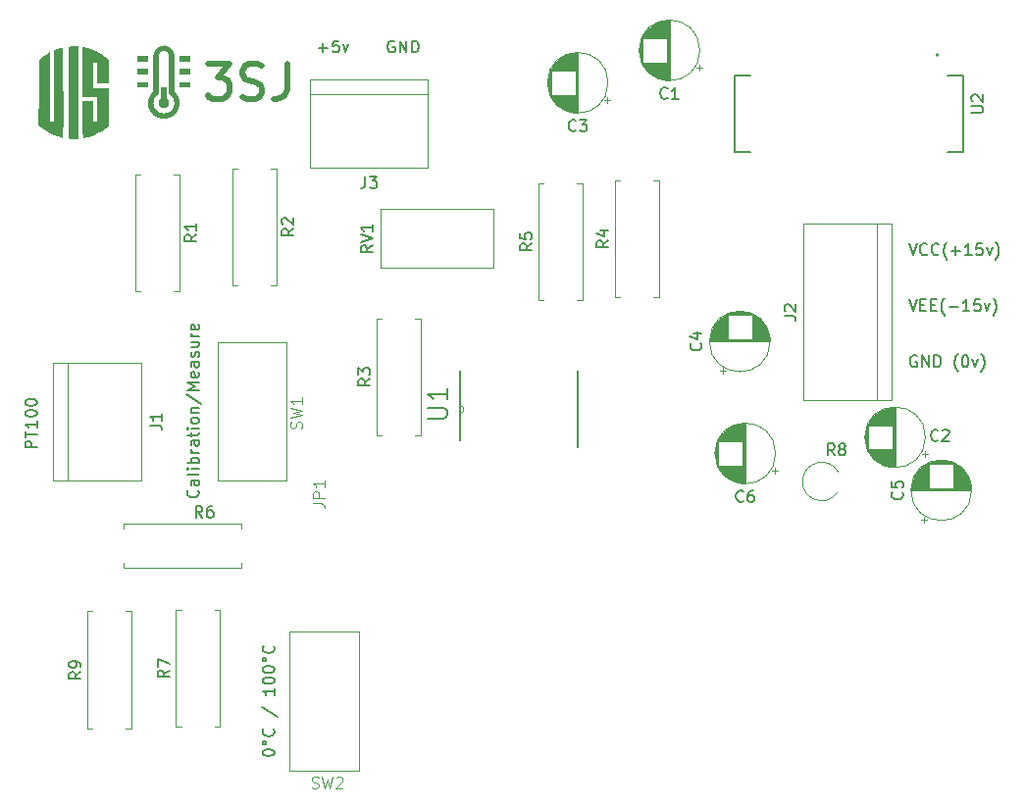
<source format=gbr>
%TF.GenerationSoftware,KiCad,Pcbnew,7.0.6*%
%TF.CreationDate,2023-07-14T20:33:36-05:00*%
%TF.ProjectId,RTD,5254442e-6b69-4636-9164-5f7063625858,rev?*%
%TF.SameCoordinates,Original*%
%TF.FileFunction,Legend,Top*%
%TF.FilePolarity,Positive*%
%FSLAX46Y46*%
G04 Gerber Fmt 4.6, Leading zero omitted, Abs format (unit mm)*
G04 Created by KiCad (PCBNEW 7.0.6) date 2023-07-14 20:33:36*
%MOMM*%
%LPD*%
G01*
G04 APERTURE LIST*
%ADD10C,0.500000*%
%ADD11C,0.150000*%
%ADD12C,0.100000*%
%ADD13C,0.120000*%
%ADD14C,0.152400*%
%ADD15C,0.127000*%
%ADD16C,0.200000*%
G04 APERTURE END LIST*
D10*
X108487518Y-53506857D02*
X110344661Y-53506857D01*
X110344661Y-53506857D02*
X109344661Y-54649714D01*
X109344661Y-54649714D02*
X109773232Y-54649714D01*
X109773232Y-54649714D02*
X110058947Y-54792571D01*
X110058947Y-54792571D02*
X110201804Y-54935428D01*
X110201804Y-54935428D02*
X110344661Y-55221142D01*
X110344661Y-55221142D02*
X110344661Y-55935428D01*
X110344661Y-55935428D02*
X110201804Y-56221142D01*
X110201804Y-56221142D02*
X110058947Y-56364000D01*
X110058947Y-56364000D02*
X109773232Y-56506857D01*
X109773232Y-56506857D02*
X108916089Y-56506857D01*
X108916089Y-56506857D02*
X108630375Y-56364000D01*
X108630375Y-56364000D02*
X108487518Y-56221142D01*
X111487518Y-56364000D02*
X111916090Y-56506857D01*
X111916090Y-56506857D02*
X112630375Y-56506857D01*
X112630375Y-56506857D02*
X112916090Y-56364000D01*
X112916090Y-56364000D02*
X113058947Y-56221142D01*
X113058947Y-56221142D02*
X113201804Y-55935428D01*
X113201804Y-55935428D02*
X113201804Y-55649714D01*
X113201804Y-55649714D02*
X113058947Y-55364000D01*
X113058947Y-55364000D02*
X112916090Y-55221142D01*
X112916090Y-55221142D02*
X112630375Y-55078285D01*
X112630375Y-55078285D02*
X112058947Y-54935428D01*
X112058947Y-54935428D02*
X111773232Y-54792571D01*
X111773232Y-54792571D02*
X111630375Y-54649714D01*
X111630375Y-54649714D02*
X111487518Y-54364000D01*
X111487518Y-54364000D02*
X111487518Y-54078285D01*
X111487518Y-54078285D02*
X111630375Y-53792571D01*
X111630375Y-53792571D02*
X111773232Y-53649714D01*
X111773232Y-53649714D02*
X112058947Y-53506857D01*
X112058947Y-53506857D02*
X112773232Y-53506857D01*
X112773232Y-53506857D02*
X113201804Y-53649714D01*
X115344661Y-53506857D02*
X115344661Y-55649714D01*
X115344661Y-55649714D02*
X115201804Y-56078285D01*
X115201804Y-56078285D02*
X114916090Y-56364000D01*
X114916090Y-56364000D02*
X114487518Y-56506857D01*
X114487518Y-56506857D02*
X114201804Y-56506857D01*
D11*
X113249819Y-113012744D02*
X113249819Y-112917506D01*
X113249819Y-112917506D02*
X113297438Y-112822268D01*
X113297438Y-112822268D02*
X113345057Y-112774649D01*
X113345057Y-112774649D02*
X113440295Y-112727030D01*
X113440295Y-112727030D02*
X113630771Y-112679411D01*
X113630771Y-112679411D02*
X113868866Y-112679411D01*
X113868866Y-112679411D02*
X114059342Y-112727030D01*
X114059342Y-112727030D02*
X114154580Y-112774649D01*
X114154580Y-112774649D02*
X114202200Y-112822268D01*
X114202200Y-112822268D02*
X114249819Y-112917506D01*
X114249819Y-112917506D02*
X114249819Y-113012744D01*
X114249819Y-113012744D02*
X114202200Y-113107982D01*
X114202200Y-113107982D02*
X114154580Y-113155601D01*
X114154580Y-113155601D02*
X114059342Y-113203220D01*
X114059342Y-113203220D02*
X113868866Y-113250839D01*
X113868866Y-113250839D02*
X113630771Y-113250839D01*
X113630771Y-113250839D02*
X113440295Y-113203220D01*
X113440295Y-113203220D02*
X113345057Y-113155601D01*
X113345057Y-113155601D02*
X113297438Y-113107982D01*
X113297438Y-113107982D02*
X113249819Y-113012744D01*
X113249819Y-112107982D02*
X113297438Y-112203220D01*
X113297438Y-112203220D02*
X113392676Y-112250839D01*
X113392676Y-112250839D02*
X113487914Y-112203220D01*
X113487914Y-112203220D02*
X113535533Y-112107982D01*
X113535533Y-112107982D02*
X113487914Y-112012744D01*
X113487914Y-112012744D02*
X113392676Y-111965125D01*
X113392676Y-111965125D02*
X113297438Y-112012744D01*
X113297438Y-112012744D02*
X113249819Y-112107982D01*
X114154580Y-110917506D02*
X114202200Y-110965125D01*
X114202200Y-110965125D02*
X114249819Y-111107982D01*
X114249819Y-111107982D02*
X114249819Y-111203220D01*
X114249819Y-111203220D02*
X114202200Y-111346077D01*
X114202200Y-111346077D02*
X114106961Y-111441315D01*
X114106961Y-111441315D02*
X114011723Y-111488934D01*
X114011723Y-111488934D02*
X113821247Y-111536553D01*
X113821247Y-111536553D02*
X113678390Y-111536553D01*
X113678390Y-111536553D02*
X113487914Y-111488934D01*
X113487914Y-111488934D02*
X113392676Y-111441315D01*
X113392676Y-111441315D02*
X113297438Y-111346077D01*
X113297438Y-111346077D02*
X113249819Y-111203220D01*
X113249819Y-111203220D02*
X113249819Y-111107982D01*
X113249819Y-111107982D02*
X113297438Y-110965125D01*
X113297438Y-110965125D02*
X113345057Y-110917506D01*
X113202200Y-109012744D02*
X114487914Y-109869886D01*
X114249819Y-107393696D02*
X114249819Y-107965124D01*
X114249819Y-107679410D02*
X113249819Y-107679410D01*
X113249819Y-107679410D02*
X113392676Y-107774648D01*
X113392676Y-107774648D02*
X113487914Y-107869886D01*
X113487914Y-107869886D02*
X113535533Y-107965124D01*
X113249819Y-106774648D02*
X113249819Y-106679410D01*
X113249819Y-106679410D02*
X113297438Y-106584172D01*
X113297438Y-106584172D02*
X113345057Y-106536553D01*
X113345057Y-106536553D02*
X113440295Y-106488934D01*
X113440295Y-106488934D02*
X113630771Y-106441315D01*
X113630771Y-106441315D02*
X113868866Y-106441315D01*
X113868866Y-106441315D02*
X114059342Y-106488934D01*
X114059342Y-106488934D02*
X114154580Y-106536553D01*
X114154580Y-106536553D02*
X114202200Y-106584172D01*
X114202200Y-106584172D02*
X114249819Y-106679410D01*
X114249819Y-106679410D02*
X114249819Y-106774648D01*
X114249819Y-106774648D02*
X114202200Y-106869886D01*
X114202200Y-106869886D02*
X114154580Y-106917505D01*
X114154580Y-106917505D02*
X114059342Y-106965124D01*
X114059342Y-106965124D02*
X113868866Y-107012743D01*
X113868866Y-107012743D02*
X113630771Y-107012743D01*
X113630771Y-107012743D02*
X113440295Y-106965124D01*
X113440295Y-106965124D02*
X113345057Y-106917505D01*
X113345057Y-106917505D02*
X113297438Y-106869886D01*
X113297438Y-106869886D02*
X113249819Y-106774648D01*
X113249819Y-105822267D02*
X113249819Y-105727029D01*
X113249819Y-105727029D02*
X113297438Y-105631791D01*
X113297438Y-105631791D02*
X113345057Y-105584172D01*
X113345057Y-105584172D02*
X113440295Y-105536553D01*
X113440295Y-105536553D02*
X113630771Y-105488934D01*
X113630771Y-105488934D02*
X113868866Y-105488934D01*
X113868866Y-105488934D02*
X114059342Y-105536553D01*
X114059342Y-105536553D02*
X114154580Y-105584172D01*
X114154580Y-105584172D02*
X114202200Y-105631791D01*
X114202200Y-105631791D02*
X114249819Y-105727029D01*
X114249819Y-105727029D02*
X114249819Y-105822267D01*
X114249819Y-105822267D02*
X114202200Y-105917505D01*
X114202200Y-105917505D02*
X114154580Y-105965124D01*
X114154580Y-105965124D02*
X114059342Y-106012743D01*
X114059342Y-106012743D02*
X113868866Y-106060362D01*
X113868866Y-106060362D02*
X113630771Y-106060362D01*
X113630771Y-106060362D02*
X113440295Y-106012743D01*
X113440295Y-106012743D02*
X113345057Y-105965124D01*
X113345057Y-105965124D02*
X113297438Y-105917505D01*
X113297438Y-105917505D02*
X113249819Y-105822267D01*
X113249819Y-104917505D02*
X113297438Y-105012743D01*
X113297438Y-105012743D02*
X113392676Y-105060362D01*
X113392676Y-105060362D02*
X113487914Y-105012743D01*
X113487914Y-105012743D02*
X113535533Y-104917505D01*
X113535533Y-104917505D02*
X113487914Y-104822267D01*
X113487914Y-104822267D02*
X113392676Y-104774648D01*
X113392676Y-104774648D02*
X113297438Y-104822267D01*
X113297438Y-104822267D02*
X113249819Y-104917505D01*
X114154580Y-103727029D02*
X114202200Y-103774648D01*
X114202200Y-103774648D02*
X114249819Y-103917505D01*
X114249819Y-103917505D02*
X114249819Y-104012743D01*
X114249819Y-104012743D02*
X114202200Y-104155600D01*
X114202200Y-104155600D02*
X114106961Y-104250838D01*
X114106961Y-104250838D02*
X114011723Y-104298457D01*
X114011723Y-104298457D02*
X113821247Y-104346076D01*
X113821247Y-104346076D02*
X113678390Y-104346076D01*
X113678390Y-104346076D02*
X113487914Y-104298457D01*
X113487914Y-104298457D02*
X113392676Y-104250838D01*
X113392676Y-104250838D02*
X113297438Y-104155600D01*
X113297438Y-104155600D02*
X113249819Y-104012743D01*
X113249819Y-104012743D02*
X113249819Y-103917505D01*
X113249819Y-103917505D02*
X113297438Y-103774648D01*
X113297438Y-103774648D02*
X113345057Y-103727029D01*
X107634580Y-90301792D02*
X107682200Y-90349411D01*
X107682200Y-90349411D02*
X107729819Y-90492268D01*
X107729819Y-90492268D02*
X107729819Y-90587506D01*
X107729819Y-90587506D02*
X107682200Y-90730363D01*
X107682200Y-90730363D02*
X107586961Y-90825601D01*
X107586961Y-90825601D02*
X107491723Y-90873220D01*
X107491723Y-90873220D02*
X107301247Y-90920839D01*
X107301247Y-90920839D02*
X107158390Y-90920839D01*
X107158390Y-90920839D02*
X106967914Y-90873220D01*
X106967914Y-90873220D02*
X106872676Y-90825601D01*
X106872676Y-90825601D02*
X106777438Y-90730363D01*
X106777438Y-90730363D02*
X106729819Y-90587506D01*
X106729819Y-90587506D02*
X106729819Y-90492268D01*
X106729819Y-90492268D02*
X106777438Y-90349411D01*
X106777438Y-90349411D02*
X106825057Y-90301792D01*
X107729819Y-89444649D02*
X107206009Y-89444649D01*
X107206009Y-89444649D02*
X107110771Y-89492268D01*
X107110771Y-89492268D02*
X107063152Y-89587506D01*
X107063152Y-89587506D02*
X107063152Y-89777982D01*
X107063152Y-89777982D02*
X107110771Y-89873220D01*
X107682200Y-89444649D02*
X107729819Y-89539887D01*
X107729819Y-89539887D02*
X107729819Y-89777982D01*
X107729819Y-89777982D02*
X107682200Y-89873220D01*
X107682200Y-89873220D02*
X107586961Y-89920839D01*
X107586961Y-89920839D02*
X107491723Y-89920839D01*
X107491723Y-89920839D02*
X107396485Y-89873220D01*
X107396485Y-89873220D02*
X107348866Y-89777982D01*
X107348866Y-89777982D02*
X107348866Y-89539887D01*
X107348866Y-89539887D02*
X107301247Y-89444649D01*
X107729819Y-88825601D02*
X107682200Y-88920839D01*
X107682200Y-88920839D02*
X107586961Y-88968458D01*
X107586961Y-88968458D02*
X106729819Y-88968458D01*
X107729819Y-88444648D02*
X107063152Y-88444648D01*
X106729819Y-88444648D02*
X106777438Y-88492267D01*
X106777438Y-88492267D02*
X106825057Y-88444648D01*
X106825057Y-88444648D02*
X106777438Y-88397029D01*
X106777438Y-88397029D02*
X106729819Y-88444648D01*
X106729819Y-88444648D02*
X106825057Y-88444648D01*
X107729819Y-87968458D02*
X106729819Y-87968458D01*
X107110771Y-87968458D02*
X107063152Y-87873220D01*
X107063152Y-87873220D02*
X107063152Y-87682744D01*
X107063152Y-87682744D02*
X107110771Y-87587506D01*
X107110771Y-87587506D02*
X107158390Y-87539887D01*
X107158390Y-87539887D02*
X107253628Y-87492268D01*
X107253628Y-87492268D02*
X107539342Y-87492268D01*
X107539342Y-87492268D02*
X107634580Y-87539887D01*
X107634580Y-87539887D02*
X107682200Y-87587506D01*
X107682200Y-87587506D02*
X107729819Y-87682744D01*
X107729819Y-87682744D02*
X107729819Y-87873220D01*
X107729819Y-87873220D02*
X107682200Y-87968458D01*
X107729819Y-87063696D02*
X107063152Y-87063696D01*
X107253628Y-87063696D02*
X107158390Y-87016077D01*
X107158390Y-87016077D02*
X107110771Y-86968458D01*
X107110771Y-86968458D02*
X107063152Y-86873220D01*
X107063152Y-86873220D02*
X107063152Y-86777982D01*
X107729819Y-86016077D02*
X107206009Y-86016077D01*
X107206009Y-86016077D02*
X107110771Y-86063696D01*
X107110771Y-86063696D02*
X107063152Y-86158934D01*
X107063152Y-86158934D02*
X107063152Y-86349410D01*
X107063152Y-86349410D02*
X107110771Y-86444648D01*
X107682200Y-86016077D02*
X107729819Y-86111315D01*
X107729819Y-86111315D02*
X107729819Y-86349410D01*
X107729819Y-86349410D02*
X107682200Y-86444648D01*
X107682200Y-86444648D02*
X107586961Y-86492267D01*
X107586961Y-86492267D02*
X107491723Y-86492267D01*
X107491723Y-86492267D02*
X107396485Y-86444648D01*
X107396485Y-86444648D02*
X107348866Y-86349410D01*
X107348866Y-86349410D02*
X107348866Y-86111315D01*
X107348866Y-86111315D02*
X107301247Y-86016077D01*
X107063152Y-85682743D02*
X107063152Y-85301791D01*
X106729819Y-85539886D02*
X107586961Y-85539886D01*
X107586961Y-85539886D02*
X107682200Y-85492267D01*
X107682200Y-85492267D02*
X107729819Y-85397029D01*
X107729819Y-85397029D02*
X107729819Y-85301791D01*
X107729819Y-84968457D02*
X107063152Y-84968457D01*
X106729819Y-84968457D02*
X106777438Y-85016076D01*
X106777438Y-85016076D02*
X106825057Y-84968457D01*
X106825057Y-84968457D02*
X106777438Y-84920838D01*
X106777438Y-84920838D02*
X106729819Y-84968457D01*
X106729819Y-84968457D02*
X106825057Y-84968457D01*
X107729819Y-84349410D02*
X107682200Y-84444648D01*
X107682200Y-84444648D02*
X107634580Y-84492267D01*
X107634580Y-84492267D02*
X107539342Y-84539886D01*
X107539342Y-84539886D02*
X107253628Y-84539886D01*
X107253628Y-84539886D02*
X107158390Y-84492267D01*
X107158390Y-84492267D02*
X107110771Y-84444648D01*
X107110771Y-84444648D02*
X107063152Y-84349410D01*
X107063152Y-84349410D02*
X107063152Y-84206553D01*
X107063152Y-84206553D02*
X107110771Y-84111315D01*
X107110771Y-84111315D02*
X107158390Y-84063696D01*
X107158390Y-84063696D02*
X107253628Y-84016077D01*
X107253628Y-84016077D02*
X107539342Y-84016077D01*
X107539342Y-84016077D02*
X107634580Y-84063696D01*
X107634580Y-84063696D02*
X107682200Y-84111315D01*
X107682200Y-84111315D02*
X107729819Y-84206553D01*
X107729819Y-84206553D02*
X107729819Y-84349410D01*
X107063152Y-83587505D02*
X107729819Y-83587505D01*
X107158390Y-83587505D02*
X107110771Y-83539886D01*
X107110771Y-83539886D02*
X107063152Y-83444648D01*
X107063152Y-83444648D02*
X107063152Y-83301791D01*
X107063152Y-83301791D02*
X107110771Y-83206553D01*
X107110771Y-83206553D02*
X107206009Y-83158934D01*
X107206009Y-83158934D02*
X107729819Y-83158934D01*
X106682200Y-81968458D02*
X107967914Y-82825600D01*
X107729819Y-81635124D02*
X106729819Y-81635124D01*
X106729819Y-81635124D02*
X107444104Y-81301791D01*
X107444104Y-81301791D02*
X106729819Y-80968458D01*
X106729819Y-80968458D02*
X107729819Y-80968458D01*
X107682200Y-80111315D02*
X107729819Y-80206553D01*
X107729819Y-80206553D02*
X107729819Y-80397029D01*
X107729819Y-80397029D02*
X107682200Y-80492267D01*
X107682200Y-80492267D02*
X107586961Y-80539886D01*
X107586961Y-80539886D02*
X107206009Y-80539886D01*
X107206009Y-80539886D02*
X107110771Y-80492267D01*
X107110771Y-80492267D02*
X107063152Y-80397029D01*
X107063152Y-80397029D02*
X107063152Y-80206553D01*
X107063152Y-80206553D02*
X107110771Y-80111315D01*
X107110771Y-80111315D02*
X107206009Y-80063696D01*
X107206009Y-80063696D02*
X107301247Y-80063696D01*
X107301247Y-80063696D02*
X107396485Y-80539886D01*
X107729819Y-79206553D02*
X107206009Y-79206553D01*
X107206009Y-79206553D02*
X107110771Y-79254172D01*
X107110771Y-79254172D02*
X107063152Y-79349410D01*
X107063152Y-79349410D02*
X107063152Y-79539886D01*
X107063152Y-79539886D02*
X107110771Y-79635124D01*
X107682200Y-79206553D02*
X107729819Y-79301791D01*
X107729819Y-79301791D02*
X107729819Y-79539886D01*
X107729819Y-79539886D02*
X107682200Y-79635124D01*
X107682200Y-79635124D02*
X107586961Y-79682743D01*
X107586961Y-79682743D02*
X107491723Y-79682743D01*
X107491723Y-79682743D02*
X107396485Y-79635124D01*
X107396485Y-79635124D02*
X107348866Y-79539886D01*
X107348866Y-79539886D02*
X107348866Y-79301791D01*
X107348866Y-79301791D02*
X107301247Y-79206553D01*
X107682200Y-78777981D02*
X107729819Y-78682743D01*
X107729819Y-78682743D02*
X107729819Y-78492267D01*
X107729819Y-78492267D02*
X107682200Y-78397029D01*
X107682200Y-78397029D02*
X107586961Y-78349410D01*
X107586961Y-78349410D02*
X107539342Y-78349410D01*
X107539342Y-78349410D02*
X107444104Y-78397029D01*
X107444104Y-78397029D02*
X107396485Y-78492267D01*
X107396485Y-78492267D02*
X107396485Y-78635124D01*
X107396485Y-78635124D02*
X107348866Y-78730362D01*
X107348866Y-78730362D02*
X107253628Y-78777981D01*
X107253628Y-78777981D02*
X107206009Y-78777981D01*
X107206009Y-78777981D02*
X107110771Y-78730362D01*
X107110771Y-78730362D02*
X107063152Y-78635124D01*
X107063152Y-78635124D02*
X107063152Y-78492267D01*
X107063152Y-78492267D02*
X107110771Y-78397029D01*
X107063152Y-77492267D02*
X107729819Y-77492267D01*
X107063152Y-77920838D02*
X107586961Y-77920838D01*
X107586961Y-77920838D02*
X107682200Y-77873219D01*
X107682200Y-77873219D02*
X107729819Y-77777981D01*
X107729819Y-77777981D02*
X107729819Y-77635124D01*
X107729819Y-77635124D02*
X107682200Y-77539886D01*
X107682200Y-77539886D02*
X107634580Y-77492267D01*
X107729819Y-77016076D02*
X107063152Y-77016076D01*
X107253628Y-77016076D02*
X107158390Y-76968457D01*
X107158390Y-76968457D02*
X107110771Y-76920838D01*
X107110771Y-76920838D02*
X107063152Y-76825600D01*
X107063152Y-76825600D02*
X107063152Y-76730362D01*
X107682200Y-76016076D02*
X107729819Y-76111314D01*
X107729819Y-76111314D02*
X107729819Y-76301790D01*
X107729819Y-76301790D02*
X107682200Y-76397028D01*
X107682200Y-76397028D02*
X107586961Y-76444647D01*
X107586961Y-76444647D02*
X107206009Y-76444647D01*
X107206009Y-76444647D02*
X107110771Y-76397028D01*
X107110771Y-76397028D02*
X107063152Y-76301790D01*
X107063152Y-76301790D02*
X107063152Y-76111314D01*
X107063152Y-76111314D02*
X107110771Y-76016076D01*
X107110771Y-76016076D02*
X107206009Y-75968457D01*
X107206009Y-75968457D02*
X107301247Y-75968457D01*
X107301247Y-75968457D02*
X107396485Y-76444647D01*
X93749819Y-86613220D02*
X92749819Y-86613220D01*
X92749819Y-86613220D02*
X92749819Y-86232268D01*
X92749819Y-86232268D02*
X92797438Y-86137030D01*
X92797438Y-86137030D02*
X92845057Y-86089411D01*
X92845057Y-86089411D02*
X92940295Y-86041792D01*
X92940295Y-86041792D02*
X93083152Y-86041792D01*
X93083152Y-86041792D02*
X93178390Y-86089411D01*
X93178390Y-86089411D02*
X93226009Y-86137030D01*
X93226009Y-86137030D02*
X93273628Y-86232268D01*
X93273628Y-86232268D02*
X93273628Y-86613220D01*
X92749819Y-85756077D02*
X92749819Y-85184649D01*
X93749819Y-85470363D02*
X92749819Y-85470363D01*
X93749819Y-84327506D02*
X93749819Y-84898934D01*
X93749819Y-84613220D02*
X92749819Y-84613220D01*
X92749819Y-84613220D02*
X92892676Y-84708458D01*
X92892676Y-84708458D02*
X92987914Y-84803696D01*
X92987914Y-84803696D02*
X93035533Y-84898934D01*
X92749819Y-83708458D02*
X92749819Y-83613220D01*
X92749819Y-83613220D02*
X92797438Y-83517982D01*
X92797438Y-83517982D02*
X92845057Y-83470363D01*
X92845057Y-83470363D02*
X92940295Y-83422744D01*
X92940295Y-83422744D02*
X93130771Y-83375125D01*
X93130771Y-83375125D02*
X93368866Y-83375125D01*
X93368866Y-83375125D02*
X93559342Y-83422744D01*
X93559342Y-83422744D02*
X93654580Y-83470363D01*
X93654580Y-83470363D02*
X93702200Y-83517982D01*
X93702200Y-83517982D02*
X93749819Y-83613220D01*
X93749819Y-83613220D02*
X93749819Y-83708458D01*
X93749819Y-83708458D02*
X93702200Y-83803696D01*
X93702200Y-83803696D02*
X93654580Y-83851315D01*
X93654580Y-83851315D02*
X93559342Y-83898934D01*
X93559342Y-83898934D02*
X93368866Y-83946553D01*
X93368866Y-83946553D02*
X93130771Y-83946553D01*
X93130771Y-83946553D02*
X92940295Y-83898934D01*
X92940295Y-83898934D02*
X92845057Y-83851315D01*
X92845057Y-83851315D02*
X92797438Y-83803696D01*
X92797438Y-83803696D02*
X92749819Y-83708458D01*
X92749819Y-82756077D02*
X92749819Y-82660839D01*
X92749819Y-82660839D02*
X92797438Y-82565601D01*
X92797438Y-82565601D02*
X92845057Y-82517982D01*
X92845057Y-82517982D02*
X92940295Y-82470363D01*
X92940295Y-82470363D02*
X93130771Y-82422744D01*
X93130771Y-82422744D02*
X93368866Y-82422744D01*
X93368866Y-82422744D02*
X93559342Y-82470363D01*
X93559342Y-82470363D02*
X93654580Y-82517982D01*
X93654580Y-82517982D02*
X93702200Y-82565601D01*
X93702200Y-82565601D02*
X93749819Y-82660839D01*
X93749819Y-82660839D02*
X93749819Y-82756077D01*
X93749819Y-82756077D02*
X93702200Y-82851315D01*
X93702200Y-82851315D02*
X93654580Y-82898934D01*
X93654580Y-82898934D02*
X93559342Y-82946553D01*
X93559342Y-82946553D02*
X93368866Y-82994172D01*
X93368866Y-82994172D02*
X93130771Y-82994172D01*
X93130771Y-82994172D02*
X92940295Y-82946553D01*
X92940295Y-82946553D02*
X92845057Y-82898934D01*
X92845057Y-82898934D02*
X92797438Y-82851315D01*
X92797438Y-82851315D02*
X92749819Y-82756077D01*
X169023922Y-68999819D02*
X169357255Y-69999819D01*
X169357255Y-69999819D02*
X169690588Y-68999819D01*
X170595350Y-69904580D02*
X170547731Y-69952200D01*
X170547731Y-69952200D02*
X170404874Y-69999819D01*
X170404874Y-69999819D02*
X170309636Y-69999819D01*
X170309636Y-69999819D02*
X170166779Y-69952200D01*
X170166779Y-69952200D02*
X170071541Y-69856961D01*
X170071541Y-69856961D02*
X170023922Y-69761723D01*
X170023922Y-69761723D02*
X169976303Y-69571247D01*
X169976303Y-69571247D02*
X169976303Y-69428390D01*
X169976303Y-69428390D02*
X170023922Y-69237914D01*
X170023922Y-69237914D02*
X170071541Y-69142676D01*
X170071541Y-69142676D02*
X170166779Y-69047438D01*
X170166779Y-69047438D02*
X170309636Y-68999819D01*
X170309636Y-68999819D02*
X170404874Y-68999819D01*
X170404874Y-68999819D02*
X170547731Y-69047438D01*
X170547731Y-69047438D02*
X170595350Y-69095057D01*
X171595350Y-69904580D02*
X171547731Y-69952200D01*
X171547731Y-69952200D02*
X171404874Y-69999819D01*
X171404874Y-69999819D02*
X171309636Y-69999819D01*
X171309636Y-69999819D02*
X171166779Y-69952200D01*
X171166779Y-69952200D02*
X171071541Y-69856961D01*
X171071541Y-69856961D02*
X171023922Y-69761723D01*
X171023922Y-69761723D02*
X170976303Y-69571247D01*
X170976303Y-69571247D02*
X170976303Y-69428390D01*
X170976303Y-69428390D02*
X171023922Y-69237914D01*
X171023922Y-69237914D02*
X171071541Y-69142676D01*
X171071541Y-69142676D02*
X171166779Y-69047438D01*
X171166779Y-69047438D02*
X171309636Y-68999819D01*
X171309636Y-68999819D02*
X171404874Y-68999819D01*
X171404874Y-68999819D02*
X171547731Y-69047438D01*
X171547731Y-69047438D02*
X171595350Y-69095057D01*
X172309636Y-70380771D02*
X172262017Y-70333152D01*
X172262017Y-70333152D02*
X172166779Y-70190295D01*
X172166779Y-70190295D02*
X172119160Y-70095057D01*
X172119160Y-70095057D02*
X172071541Y-69952200D01*
X172071541Y-69952200D02*
X172023922Y-69714104D01*
X172023922Y-69714104D02*
X172023922Y-69523628D01*
X172023922Y-69523628D02*
X172071541Y-69285533D01*
X172071541Y-69285533D02*
X172119160Y-69142676D01*
X172119160Y-69142676D02*
X172166779Y-69047438D01*
X172166779Y-69047438D02*
X172262017Y-68904580D01*
X172262017Y-68904580D02*
X172309636Y-68856961D01*
X172690589Y-69618866D02*
X173452494Y-69618866D01*
X173071541Y-69999819D02*
X173071541Y-69237914D01*
X174452493Y-69999819D02*
X173881065Y-69999819D01*
X174166779Y-69999819D02*
X174166779Y-68999819D01*
X174166779Y-68999819D02*
X174071541Y-69142676D01*
X174071541Y-69142676D02*
X173976303Y-69237914D01*
X173976303Y-69237914D02*
X173881065Y-69285533D01*
X175357255Y-68999819D02*
X174881065Y-68999819D01*
X174881065Y-68999819D02*
X174833446Y-69476009D01*
X174833446Y-69476009D02*
X174881065Y-69428390D01*
X174881065Y-69428390D02*
X174976303Y-69380771D01*
X174976303Y-69380771D02*
X175214398Y-69380771D01*
X175214398Y-69380771D02*
X175309636Y-69428390D01*
X175309636Y-69428390D02*
X175357255Y-69476009D01*
X175357255Y-69476009D02*
X175404874Y-69571247D01*
X175404874Y-69571247D02*
X175404874Y-69809342D01*
X175404874Y-69809342D02*
X175357255Y-69904580D01*
X175357255Y-69904580D02*
X175309636Y-69952200D01*
X175309636Y-69952200D02*
X175214398Y-69999819D01*
X175214398Y-69999819D02*
X174976303Y-69999819D01*
X174976303Y-69999819D02*
X174881065Y-69952200D01*
X174881065Y-69952200D02*
X174833446Y-69904580D01*
X175738208Y-69333152D02*
X175976303Y-69999819D01*
X175976303Y-69999819D02*
X176214398Y-69333152D01*
X176500113Y-70380771D02*
X176547732Y-70333152D01*
X176547732Y-70333152D02*
X176642970Y-70190295D01*
X176642970Y-70190295D02*
X176690589Y-70095057D01*
X176690589Y-70095057D02*
X176738208Y-69952200D01*
X176738208Y-69952200D02*
X176785827Y-69714104D01*
X176785827Y-69714104D02*
X176785827Y-69523628D01*
X176785827Y-69523628D02*
X176738208Y-69285533D01*
X176738208Y-69285533D02*
X176690589Y-69142676D01*
X176690589Y-69142676D02*
X176642970Y-69047438D01*
X176642970Y-69047438D02*
X176547732Y-68904580D01*
X176547732Y-68904580D02*
X176500113Y-68856961D01*
X169023922Y-73829819D02*
X169357255Y-74829819D01*
X169357255Y-74829819D02*
X169690588Y-73829819D01*
X170023922Y-74306009D02*
X170357255Y-74306009D01*
X170500112Y-74829819D02*
X170023922Y-74829819D01*
X170023922Y-74829819D02*
X170023922Y-73829819D01*
X170023922Y-73829819D02*
X170500112Y-73829819D01*
X170928684Y-74306009D02*
X171262017Y-74306009D01*
X171404874Y-74829819D02*
X170928684Y-74829819D01*
X170928684Y-74829819D02*
X170928684Y-73829819D01*
X170928684Y-73829819D02*
X171404874Y-73829819D01*
X172119160Y-75210771D02*
X172071541Y-75163152D01*
X172071541Y-75163152D02*
X171976303Y-75020295D01*
X171976303Y-75020295D02*
X171928684Y-74925057D01*
X171928684Y-74925057D02*
X171881065Y-74782200D01*
X171881065Y-74782200D02*
X171833446Y-74544104D01*
X171833446Y-74544104D02*
X171833446Y-74353628D01*
X171833446Y-74353628D02*
X171881065Y-74115533D01*
X171881065Y-74115533D02*
X171928684Y-73972676D01*
X171928684Y-73972676D02*
X171976303Y-73877438D01*
X171976303Y-73877438D02*
X172071541Y-73734580D01*
X172071541Y-73734580D02*
X172119160Y-73686961D01*
X172500113Y-74448866D02*
X173262018Y-74448866D01*
X174262017Y-74829819D02*
X173690589Y-74829819D01*
X173976303Y-74829819D02*
X173976303Y-73829819D01*
X173976303Y-73829819D02*
X173881065Y-73972676D01*
X173881065Y-73972676D02*
X173785827Y-74067914D01*
X173785827Y-74067914D02*
X173690589Y-74115533D01*
X175166779Y-73829819D02*
X174690589Y-73829819D01*
X174690589Y-73829819D02*
X174642970Y-74306009D01*
X174642970Y-74306009D02*
X174690589Y-74258390D01*
X174690589Y-74258390D02*
X174785827Y-74210771D01*
X174785827Y-74210771D02*
X175023922Y-74210771D01*
X175023922Y-74210771D02*
X175119160Y-74258390D01*
X175119160Y-74258390D02*
X175166779Y-74306009D01*
X175166779Y-74306009D02*
X175214398Y-74401247D01*
X175214398Y-74401247D02*
X175214398Y-74639342D01*
X175214398Y-74639342D02*
X175166779Y-74734580D01*
X175166779Y-74734580D02*
X175119160Y-74782200D01*
X175119160Y-74782200D02*
X175023922Y-74829819D01*
X175023922Y-74829819D02*
X174785827Y-74829819D01*
X174785827Y-74829819D02*
X174690589Y-74782200D01*
X174690589Y-74782200D02*
X174642970Y-74734580D01*
X175547732Y-74163152D02*
X175785827Y-74829819D01*
X175785827Y-74829819D02*
X176023922Y-74163152D01*
X176309637Y-75210771D02*
X176357256Y-75163152D01*
X176357256Y-75163152D02*
X176452494Y-75020295D01*
X176452494Y-75020295D02*
X176500113Y-74925057D01*
X176500113Y-74925057D02*
X176547732Y-74782200D01*
X176547732Y-74782200D02*
X176595351Y-74544104D01*
X176595351Y-74544104D02*
X176595351Y-74353628D01*
X176595351Y-74353628D02*
X176547732Y-74115533D01*
X176547732Y-74115533D02*
X176500113Y-73972676D01*
X176500113Y-73972676D02*
X176452494Y-73877438D01*
X176452494Y-73877438D02*
X176357256Y-73734580D01*
X176357256Y-73734580D02*
X176309637Y-73686961D01*
X169690588Y-78707438D02*
X169595350Y-78659819D01*
X169595350Y-78659819D02*
X169452493Y-78659819D01*
X169452493Y-78659819D02*
X169309636Y-78707438D01*
X169309636Y-78707438D02*
X169214398Y-78802676D01*
X169214398Y-78802676D02*
X169166779Y-78897914D01*
X169166779Y-78897914D02*
X169119160Y-79088390D01*
X169119160Y-79088390D02*
X169119160Y-79231247D01*
X169119160Y-79231247D02*
X169166779Y-79421723D01*
X169166779Y-79421723D02*
X169214398Y-79516961D01*
X169214398Y-79516961D02*
X169309636Y-79612200D01*
X169309636Y-79612200D02*
X169452493Y-79659819D01*
X169452493Y-79659819D02*
X169547731Y-79659819D01*
X169547731Y-79659819D02*
X169690588Y-79612200D01*
X169690588Y-79612200D02*
X169738207Y-79564580D01*
X169738207Y-79564580D02*
X169738207Y-79231247D01*
X169738207Y-79231247D02*
X169547731Y-79231247D01*
X170166779Y-79659819D02*
X170166779Y-78659819D01*
X170166779Y-78659819D02*
X170738207Y-79659819D01*
X170738207Y-79659819D02*
X170738207Y-78659819D01*
X171214398Y-79659819D02*
X171214398Y-78659819D01*
X171214398Y-78659819D02*
X171452493Y-78659819D01*
X171452493Y-78659819D02*
X171595350Y-78707438D01*
X171595350Y-78707438D02*
X171690588Y-78802676D01*
X171690588Y-78802676D02*
X171738207Y-78897914D01*
X171738207Y-78897914D02*
X171785826Y-79088390D01*
X171785826Y-79088390D02*
X171785826Y-79231247D01*
X171785826Y-79231247D02*
X171738207Y-79421723D01*
X171738207Y-79421723D02*
X171690588Y-79516961D01*
X171690588Y-79516961D02*
X171595350Y-79612200D01*
X171595350Y-79612200D02*
X171452493Y-79659819D01*
X171452493Y-79659819D02*
X171214398Y-79659819D01*
X173262017Y-80040771D02*
X173214398Y-79993152D01*
X173214398Y-79993152D02*
X173119160Y-79850295D01*
X173119160Y-79850295D02*
X173071541Y-79755057D01*
X173071541Y-79755057D02*
X173023922Y-79612200D01*
X173023922Y-79612200D02*
X172976303Y-79374104D01*
X172976303Y-79374104D02*
X172976303Y-79183628D01*
X172976303Y-79183628D02*
X173023922Y-78945533D01*
X173023922Y-78945533D02*
X173071541Y-78802676D01*
X173071541Y-78802676D02*
X173119160Y-78707438D01*
X173119160Y-78707438D02*
X173214398Y-78564580D01*
X173214398Y-78564580D02*
X173262017Y-78516961D01*
X173833446Y-78659819D02*
X173928684Y-78659819D01*
X173928684Y-78659819D02*
X174023922Y-78707438D01*
X174023922Y-78707438D02*
X174071541Y-78755057D01*
X174071541Y-78755057D02*
X174119160Y-78850295D01*
X174119160Y-78850295D02*
X174166779Y-79040771D01*
X174166779Y-79040771D02*
X174166779Y-79278866D01*
X174166779Y-79278866D02*
X174119160Y-79469342D01*
X174119160Y-79469342D02*
X174071541Y-79564580D01*
X174071541Y-79564580D02*
X174023922Y-79612200D01*
X174023922Y-79612200D02*
X173928684Y-79659819D01*
X173928684Y-79659819D02*
X173833446Y-79659819D01*
X173833446Y-79659819D02*
X173738208Y-79612200D01*
X173738208Y-79612200D02*
X173690589Y-79564580D01*
X173690589Y-79564580D02*
X173642970Y-79469342D01*
X173642970Y-79469342D02*
X173595351Y-79278866D01*
X173595351Y-79278866D02*
X173595351Y-79040771D01*
X173595351Y-79040771D02*
X173642970Y-78850295D01*
X173642970Y-78850295D02*
X173690589Y-78755057D01*
X173690589Y-78755057D02*
X173738208Y-78707438D01*
X173738208Y-78707438D02*
X173833446Y-78659819D01*
X174500113Y-78993152D02*
X174738208Y-79659819D01*
X174738208Y-79659819D02*
X174976303Y-78993152D01*
X175262018Y-80040771D02*
X175309637Y-79993152D01*
X175309637Y-79993152D02*
X175404875Y-79850295D01*
X175404875Y-79850295D02*
X175452494Y-79755057D01*
X175452494Y-79755057D02*
X175500113Y-79612200D01*
X175500113Y-79612200D02*
X175547732Y-79374104D01*
X175547732Y-79374104D02*
X175547732Y-79183628D01*
X175547732Y-79183628D02*
X175500113Y-78945533D01*
X175500113Y-78945533D02*
X175452494Y-78802676D01*
X175452494Y-78802676D02*
X175404875Y-78707438D01*
X175404875Y-78707438D02*
X175309637Y-78564580D01*
X175309637Y-78564580D02*
X175262018Y-78516961D01*
X118076779Y-52108866D02*
X118838684Y-52108866D01*
X118457731Y-52489819D02*
X118457731Y-51727914D01*
X119791064Y-51489819D02*
X119314874Y-51489819D01*
X119314874Y-51489819D02*
X119267255Y-51966009D01*
X119267255Y-51966009D02*
X119314874Y-51918390D01*
X119314874Y-51918390D02*
X119410112Y-51870771D01*
X119410112Y-51870771D02*
X119648207Y-51870771D01*
X119648207Y-51870771D02*
X119743445Y-51918390D01*
X119743445Y-51918390D02*
X119791064Y-51966009D01*
X119791064Y-51966009D02*
X119838683Y-52061247D01*
X119838683Y-52061247D02*
X119838683Y-52299342D01*
X119838683Y-52299342D02*
X119791064Y-52394580D01*
X119791064Y-52394580D02*
X119743445Y-52442200D01*
X119743445Y-52442200D02*
X119648207Y-52489819D01*
X119648207Y-52489819D02*
X119410112Y-52489819D01*
X119410112Y-52489819D02*
X119314874Y-52442200D01*
X119314874Y-52442200D02*
X119267255Y-52394580D01*
X120172017Y-51823152D02*
X120410112Y-52489819D01*
X120410112Y-52489819D02*
X120648207Y-51823152D01*
X124600589Y-51537438D02*
X124505351Y-51489819D01*
X124505351Y-51489819D02*
X124362494Y-51489819D01*
X124362494Y-51489819D02*
X124219637Y-51537438D01*
X124219637Y-51537438D02*
X124124399Y-51632676D01*
X124124399Y-51632676D02*
X124076780Y-51727914D01*
X124076780Y-51727914D02*
X124029161Y-51918390D01*
X124029161Y-51918390D02*
X124029161Y-52061247D01*
X124029161Y-52061247D02*
X124076780Y-52251723D01*
X124076780Y-52251723D02*
X124124399Y-52346961D01*
X124124399Y-52346961D02*
X124219637Y-52442200D01*
X124219637Y-52442200D02*
X124362494Y-52489819D01*
X124362494Y-52489819D02*
X124457732Y-52489819D01*
X124457732Y-52489819D02*
X124600589Y-52442200D01*
X124600589Y-52442200D02*
X124648208Y-52394580D01*
X124648208Y-52394580D02*
X124648208Y-52061247D01*
X124648208Y-52061247D02*
X124457732Y-52061247D01*
X125076780Y-52489819D02*
X125076780Y-51489819D01*
X125076780Y-51489819D02*
X125648208Y-52489819D01*
X125648208Y-52489819D02*
X125648208Y-51489819D01*
X126124399Y-52489819D02*
X126124399Y-51489819D01*
X126124399Y-51489819D02*
X126362494Y-51489819D01*
X126362494Y-51489819D02*
X126505351Y-51537438D01*
X126505351Y-51537438D02*
X126600589Y-51632676D01*
X126600589Y-51632676D02*
X126648208Y-51727914D01*
X126648208Y-51727914D02*
X126695827Y-51918390D01*
X126695827Y-51918390D02*
X126695827Y-52061247D01*
X126695827Y-52061247D02*
X126648208Y-52251723D01*
X126648208Y-52251723D02*
X126600589Y-52346961D01*
X126600589Y-52346961D02*
X126505351Y-52442200D01*
X126505351Y-52442200D02*
X126362494Y-52489819D01*
X126362494Y-52489819D02*
X126124399Y-52489819D01*
X97534819Y-105996666D02*
X97058628Y-106329999D01*
X97534819Y-106568094D02*
X96534819Y-106568094D01*
X96534819Y-106568094D02*
X96534819Y-106187142D01*
X96534819Y-106187142D02*
X96582438Y-106091904D01*
X96582438Y-106091904D02*
X96630057Y-106044285D01*
X96630057Y-106044285D02*
X96725295Y-105996666D01*
X96725295Y-105996666D02*
X96868152Y-105996666D01*
X96868152Y-105996666D02*
X96963390Y-106044285D01*
X96963390Y-106044285D02*
X97011009Y-106091904D01*
X97011009Y-106091904D02*
X97058628Y-106187142D01*
X97058628Y-106187142D02*
X97058628Y-106568094D01*
X97534819Y-105520475D02*
X97534819Y-105329999D01*
X97534819Y-105329999D02*
X97487200Y-105234761D01*
X97487200Y-105234761D02*
X97439580Y-105187142D01*
X97439580Y-105187142D02*
X97296723Y-105091904D01*
X97296723Y-105091904D02*
X97106247Y-105044285D01*
X97106247Y-105044285D02*
X96725295Y-105044285D01*
X96725295Y-105044285D02*
X96630057Y-105091904D01*
X96630057Y-105091904D02*
X96582438Y-105139523D01*
X96582438Y-105139523D02*
X96534819Y-105234761D01*
X96534819Y-105234761D02*
X96534819Y-105425237D01*
X96534819Y-105425237D02*
X96582438Y-105520475D01*
X96582438Y-105520475D02*
X96630057Y-105568094D01*
X96630057Y-105568094D02*
X96725295Y-105615713D01*
X96725295Y-105615713D02*
X96963390Y-105615713D01*
X96963390Y-105615713D02*
X97058628Y-105568094D01*
X97058628Y-105568094D02*
X97106247Y-105520475D01*
X97106247Y-105520475D02*
X97153866Y-105425237D01*
X97153866Y-105425237D02*
X97153866Y-105234761D01*
X97153866Y-105234761D02*
X97106247Y-105139523D01*
X97106247Y-105139523D02*
X97058628Y-105091904D01*
X97058628Y-105091904D02*
X96963390Y-105044285D01*
X122094666Y-63208819D02*
X122094666Y-63923104D01*
X122094666Y-63923104D02*
X122047047Y-64065961D01*
X122047047Y-64065961D02*
X121951809Y-64161200D01*
X121951809Y-64161200D02*
X121808952Y-64208819D01*
X121808952Y-64208819D02*
X121713714Y-64208819D01*
X122475619Y-63208819D02*
X123094666Y-63208819D01*
X123094666Y-63208819D02*
X122761333Y-63589771D01*
X122761333Y-63589771D02*
X122904190Y-63589771D01*
X122904190Y-63589771D02*
X122999428Y-63637390D01*
X122999428Y-63637390D02*
X123047047Y-63685009D01*
X123047047Y-63685009D02*
X123094666Y-63780247D01*
X123094666Y-63780247D02*
X123094666Y-64018342D01*
X123094666Y-64018342D02*
X123047047Y-64113580D01*
X123047047Y-64113580D02*
X122999428Y-64161200D01*
X122999428Y-64161200D02*
X122904190Y-64208819D01*
X122904190Y-64208819D02*
X122618476Y-64208819D01*
X122618476Y-64208819D02*
X122523238Y-64161200D01*
X122523238Y-64161200D02*
X122475619Y-64113580D01*
X158264819Y-75248433D02*
X158979104Y-75248433D01*
X158979104Y-75248433D02*
X159121961Y-75296052D01*
X159121961Y-75296052D02*
X159217200Y-75391290D01*
X159217200Y-75391290D02*
X159264819Y-75534147D01*
X159264819Y-75534147D02*
X159264819Y-75629385D01*
X158360057Y-74819861D02*
X158312438Y-74772242D01*
X158312438Y-74772242D02*
X158264819Y-74677004D01*
X158264819Y-74677004D02*
X158264819Y-74438909D01*
X158264819Y-74438909D02*
X158312438Y-74343671D01*
X158312438Y-74343671D02*
X158360057Y-74296052D01*
X158360057Y-74296052D02*
X158455295Y-74248433D01*
X158455295Y-74248433D02*
X158550533Y-74248433D01*
X158550533Y-74248433D02*
X158693390Y-74296052D01*
X158693390Y-74296052D02*
X159264819Y-74867480D01*
X159264819Y-74867480D02*
X159264819Y-74248433D01*
X127515785Y-84111236D02*
X128845400Y-84111236D01*
X128845400Y-84111236D02*
X129001825Y-84033024D01*
X129001825Y-84033024D02*
X129080038Y-83954811D01*
X129080038Y-83954811D02*
X129158250Y-83798386D01*
X129158250Y-83798386D02*
X129158250Y-83485535D01*
X129158250Y-83485535D02*
X129080038Y-83329110D01*
X129080038Y-83329110D02*
X129001825Y-83250898D01*
X129001825Y-83250898D02*
X128845400Y-83172685D01*
X128845400Y-83172685D02*
X127515785Y-83172685D01*
X129158250Y-81530220D02*
X129158250Y-82468771D01*
X129158250Y-81999495D02*
X127515785Y-81999495D01*
X127515785Y-81999495D02*
X127750423Y-82155921D01*
X127750423Y-82155921D02*
X127906848Y-82312346D01*
X127906848Y-82312346D02*
X127985061Y-82468771D01*
X154728446Y-91231580D02*
X154680827Y-91279200D01*
X154680827Y-91279200D02*
X154537970Y-91326819D01*
X154537970Y-91326819D02*
X154442732Y-91326819D01*
X154442732Y-91326819D02*
X154299875Y-91279200D01*
X154299875Y-91279200D02*
X154204637Y-91183961D01*
X154204637Y-91183961D02*
X154157018Y-91088723D01*
X154157018Y-91088723D02*
X154109399Y-90898247D01*
X154109399Y-90898247D02*
X154109399Y-90755390D01*
X154109399Y-90755390D02*
X154157018Y-90564914D01*
X154157018Y-90564914D02*
X154204637Y-90469676D01*
X154204637Y-90469676D02*
X154299875Y-90374438D01*
X154299875Y-90374438D02*
X154442732Y-90326819D01*
X154442732Y-90326819D02*
X154537970Y-90326819D01*
X154537970Y-90326819D02*
X154680827Y-90374438D01*
X154680827Y-90374438D02*
X154728446Y-90422057D01*
X155585589Y-90326819D02*
X155395113Y-90326819D01*
X155395113Y-90326819D02*
X155299875Y-90374438D01*
X155299875Y-90374438D02*
X155252256Y-90422057D01*
X155252256Y-90422057D02*
X155157018Y-90564914D01*
X155157018Y-90564914D02*
X155109399Y-90755390D01*
X155109399Y-90755390D02*
X155109399Y-91136342D01*
X155109399Y-91136342D02*
X155157018Y-91231580D01*
X155157018Y-91231580D02*
X155204637Y-91279200D01*
X155204637Y-91279200D02*
X155299875Y-91326819D01*
X155299875Y-91326819D02*
X155490351Y-91326819D01*
X155490351Y-91326819D02*
X155585589Y-91279200D01*
X155585589Y-91279200D02*
X155633208Y-91231580D01*
X155633208Y-91231580D02*
X155680827Y-91136342D01*
X155680827Y-91136342D02*
X155680827Y-90898247D01*
X155680827Y-90898247D02*
X155633208Y-90803009D01*
X155633208Y-90803009D02*
X155585589Y-90755390D01*
X155585589Y-90755390D02*
X155490351Y-90707771D01*
X155490351Y-90707771D02*
X155299875Y-90707771D01*
X155299875Y-90707771D02*
X155204637Y-90755390D01*
X155204637Y-90755390D02*
X155157018Y-90803009D01*
X155157018Y-90803009D02*
X155109399Y-90898247D01*
X115896819Y-67730666D02*
X115420628Y-68063999D01*
X115896819Y-68302094D02*
X114896819Y-68302094D01*
X114896819Y-68302094D02*
X114896819Y-67921142D01*
X114896819Y-67921142D02*
X114944438Y-67825904D01*
X114944438Y-67825904D02*
X114992057Y-67778285D01*
X114992057Y-67778285D02*
X115087295Y-67730666D01*
X115087295Y-67730666D02*
X115230152Y-67730666D01*
X115230152Y-67730666D02*
X115325390Y-67778285D01*
X115325390Y-67778285D02*
X115373009Y-67825904D01*
X115373009Y-67825904D02*
X115420628Y-67921142D01*
X115420628Y-67921142D02*
X115420628Y-68302094D01*
X114992057Y-67349713D02*
X114944438Y-67302094D01*
X114944438Y-67302094D02*
X114896819Y-67206856D01*
X114896819Y-67206856D02*
X114896819Y-66968761D01*
X114896819Y-66968761D02*
X114944438Y-66873523D01*
X114944438Y-66873523D02*
X114992057Y-66825904D01*
X114992057Y-66825904D02*
X115087295Y-66778285D01*
X115087295Y-66778285D02*
X115182533Y-66778285D01*
X115182533Y-66778285D02*
X115325390Y-66825904D01*
X115325390Y-66825904D02*
X115896819Y-67397332D01*
X115896819Y-67397332D02*
X115896819Y-66778285D01*
X105184819Y-105846666D02*
X104708628Y-106179999D01*
X105184819Y-106418094D02*
X104184819Y-106418094D01*
X104184819Y-106418094D02*
X104184819Y-106037142D01*
X104184819Y-106037142D02*
X104232438Y-105941904D01*
X104232438Y-105941904D02*
X104280057Y-105894285D01*
X104280057Y-105894285D02*
X104375295Y-105846666D01*
X104375295Y-105846666D02*
X104518152Y-105846666D01*
X104518152Y-105846666D02*
X104613390Y-105894285D01*
X104613390Y-105894285D02*
X104661009Y-105941904D01*
X104661009Y-105941904D02*
X104708628Y-106037142D01*
X104708628Y-106037142D02*
X104708628Y-106418094D01*
X104184819Y-105513332D02*
X104184819Y-104846666D01*
X104184819Y-104846666D02*
X105184819Y-105275237D01*
X103516869Y-84685333D02*
X104231154Y-84685333D01*
X104231154Y-84685333D02*
X104374011Y-84732952D01*
X104374011Y-84732952D02*
X104469250Y-84828190D01*
X104469250Y-84828190D02*
X104516869Y-84971047D01*
X104516869Y-84971047D02*
X104516869Y-85066285D01*
X104516869Y-83685333D02*
X104516869Y-84256761D01*
X104516869Y-83971047D02*
X103516869Y-83971047D01*
X103516869Y-83971047D02*
X103659726Y-84066285D01*
X103659726Y-84066285D02*
X103754964Y-84161523D01*
X103754964Y-84161523D02*
X103802583Y-84256761D01*
X122502819Y-80684666D02*
X122026628Y-81017999D01*
X122502819Y-81256094D02*
X121502819Y-81256094D01*
X121502819Y-81256094D02*
X121502819Y-80875142D01*
X121502819Y-80875142D02*
X121550438Y-80779904D01*
X121550438Y-80779904D02*
X121598057Y-80732285D01*
X121598057Y-80732285D02*
X121693295Y-80684666D01*
X121693295Y-80684666D02*
X121836152Y-80684666D01*
X121836152Y-80684666D02*
X121931390Y-80732285D01*
X121931390Y-80732285D02*
X121979009Y-80779904D01*
X121979009Y-80779904D02*
X122026628Y-80875142D01*
X122026628Y-80875142D02*
X122026628Y-81256094D01*
X121502819Y-80351332D02*
X121502819Y-79732285D01*
X121502819Y-79732285D02*
X121883771Y-80065618D01*
X121883771Y-80065618D02*
X121883771Y-79922761D01*
X121883771Y-79922761D02*
X121931390Y-79827523D01*
X121931390Y-79827523D02*
X121979009Y-79779904D01*
X121979009Y-79779904D02*
X122074247Y-79732285D01*
X122074247Y-79732285D02*
X122312342Y-79732285D01*
X122312342Y-79732285D02*
X122407580Y-79779904D01*
X122407580Y-79779904D02*
X122455200Y-79827523D01*
X122455200Y-79827523D02*
X122502819Y-79922761D01*
X122502819Y-79922761D02*
X122502819Y-80208475D01*
X122502819Y-80208475D02*
X122455200Y-80303713D01*
X122455200Y-80303713D02*
X122407580Y-80351332D01*
D12*
X116579800Y-84963332D02*
X116627419Y-84820475D01*
X116627419Y-84820475D02*
X116627419Y-84582380D01*
X116627419Y-84582380D02*
X116579800Y-84487142D01*
X116579800Y-84487142D02*
X116532180Y-84439523D01*
X116532180Y-84439523D02*
X116436942Y-84391904D01*
X116436942Y-84391904D02*
X116341704Y-84391904D01*
X116341704Y-84391904D02*
X116246466Y-84439523D01*
X116246466Y-84439523D02*
X116198847Y-84487142D01*
X116198847Y-84487142D02*
X116151228Y-84582380D01*
X116151228Y-84582380D02*
X116103609Y-84772856D01*
X116103609Y-84772856D02*
X116055990Y-84868094D01*
X116055990Y-84868094D02*
X116008371Y-84915713D01*
X116008371Y-84915713D02*
X115913133Y-84963332D01*
X115913133Y-84963332D02*
X115817895Y-84963332D01*
X115817895Y-84963332D02*
X115722657Y-84915713D01*
X115722657Y-84915713D02*
X115675038Y-84868094D01*
X115675038Y-84868094D02*
X115627419Y-84772856D01*
X115627419Y-84772856D02*
X115627419Y-84534761D01*
X115627419Y-84534761D02*
X115675038Y-84391904D01*
X115627419Y-84058570D02*
X116627419Y-83820475D01*
X116627419Y-83820475D02*
X115913133Y-83629999D01*
X115913133Y-83629999D02*
X116627419Y-83439523D01*
X116627419Y-83439523D02*
X115627419Y-83201428D01*
X116627419Y-82296666D02*
X116627419Y-82868094D01*
X116627419Y-82582380D02*
X115627419Y-82582380D01*
X115627419Y-82582380D02*
X115770276Y-82677618D01*
X115770276Y-82677618D02*
X115865514Y-82772856D01*
X115865514Y-82772856D02*
X115913133Y-82868094D01*
D11*
X162603333Y-87284819D02*
X162270000Y-86808628D01*
X162031905Y-87284819D02*
X162031905Y-86284819D01*
X162031905Y-86284819D02*
X162412857Y-86284819D01*
X162412857Y-86284819D02*
X162508095Y-86332438D01*
X162508095Y-86332438D02*
X162555714Y-86380057D01*
X162555714Y-86380057D02*
X162603333Y-86475295D01*
X162603333Y-86475295D02*
X162603333Y-86618152D01*
X162603333Y-86618152D02*
X162555714Y-86713390D01*
X162555714Y-86713390D02*
X162508095Y-86761009D01*
X162508095Y-86761009D02*
X162412857Y-86808628D01*
X162412857Y-86808628D02*
X162031905Y-86808628D01*
X163174762Y-86713390D02*
X163079524Y-86665771D01*
X163079524Y-86665771D02*
X163031905Y-86618152D01*
X163031905Y-86618152D02*
X162984286Y-86522914D01*
X162984286Y-86522914D02*
X162984286Y-86475295D01*
X162984286Y-86475295D02*
X163031905Y-86380057D01*
X163031905Y-86380057D02*
X163079524Y-86332438D01*
X163079524Y-86332438D02*
X163174762Y-86284819D01*
X163174762Y-86284819D02*
X163365238Y-86284819D01*
X163365238Y-86284819D02*
X163460476Y-86332438D01*
X163460476Y-86332438D02*
X163508095Y-86380057D01*
X163508095Y-86380057D02*
X163555714Y-86475295D01*
X163555714Y-86475295D02*
X163555714Y-86522914D01*
X163555714Y-86522914D02*
X163508095Y-86618152D01*
X163508095Y-86618152D02*
X163460476Y-86665771D01*
X163460476Y-86665771D02*
X163365238Y-86713390D01*
X163365238Y-86713390D02*
X163174762Y-86713390D01*
X163174762Y-86713390D02*
X163079524Y-86761009D01*
X163079524Y-86761009D02*
X163031905Y-86808628D01*
X163031905Y-86808628D02*
X162984286Y-86903866D01*
X162984286Y-86903866D02*
X162984286Y-87094342D01*
X162984286Y-87094342D02*
X163031905Y-87189580D01*
X163031905Y-87189580D02*
X163079524Y-87237200D01*
X163079524Y-87237200D02*
X163174762Y-87284819D01*
X163174762Y-87284819D02*
X163365238Y-87284819D01*
X163365238Y-87284819D02*
X163460476Y-87237200D01*
X163460476Y-87237200D02*
X163508095Y-87189580D01*
X163508095Y-87189580D02*
X163555714Y-87094342D01*
X163555714Y-87094342D02*
X163555714Y-86903866D01*
X163555714Y-86903866D02*
X163508095Y-86808628D01*
X163508095Y-86808628D02*
X163460476Y-86761009D01*
X163460476Y-86761009D02*
X163365238Y-86713390D01*
X171537333Y-85957580D02*
X171489714Y-86005200D01*
X171489714Y-86005200D02*
X171346857Y-86052819D01*
X171346857Y-86052819D02*
X171251619Y-86052819D01*
X171251619Y-86052819D02*
X171108762Y-86005200D01*
X171108762Y-86005200D02*
X171013524Y-85909961D01*
X171013524Y-85909961D02*
X170965905Y-85814723D01*
X170965905Y-85814723D02*
X170918286Y-85624247D01*
X170918286Y-85624247D02*
X170918286Y-85481390D01*
X170918286Y-85481390D02*
X170965905Y-85290914D01*
X170965905Y-85290914D02*
X171013524Y-85195676D01*
X171013524Y-85195676D02*
X171108762Y-85100438D01*
X171108762Y-85100438D02*
X171251619Y-85052819D01*
X171251619Y-85052819D02*
X171346857Y-85052819D01*
X171346857Y-85052819D02*
X171489714Y-85100438D01*
X171489714Y-85100438D02*
X171537333Y-85148057D01*
X171918286Y-85148057D02*
X171965905Y-85100438D01*
X171965905Y-85100438D02*
X172061143Y-85052819D01*
X172061143Y-85052819D02*
X172299238Y-85052819D01*
X172299238Y-85052819D02*
X172394476Y-85100438D01*
X172394476Y-85100438D02*
X172442095Y-85148057D01*
X172442095Y-85148057D02*
X172489714Y-85243295D01*
X172489714Y-85243295D02*
X172489714Y-85338533D01*
X172489714Y-85338533D02*
X172442095Y-85481390D01*
X172442095Y-85481390D02*
X171870667Y-86052819D01*
X171870667Y-86052819D02*
X172489714Y-86052819D01*
X148189333Y-56433580D02*
X148141714Y-56481200D01*
X148141714Y-56481200D02*
X147998857Y-56528819D01*
X147998857Y-56528819D02*
X147903619Y-56528819D01*
X147903619Y-56528819D02*
X147760762Y-56481200D01*
X147760762Y-56481200D02*
X147665524Y-56385961D01*
X147665524Y-56385961D02*
X147617905Y-56290723D01*
X147617905Y-56290723D02*
X147570286Y-56100247D01*
X147570286Y-56100247D02*
X147570286Y-55957390D01*
X147570286Y-55957390D02*
X147617905Y-55766914D01*
X147617905Y-55766914D02*
X147665524Y-55671676D01*
X147665524Y-55671676D02*
X147760762Y-55576438D01*
X147760762Y-55576438D02*
X147903619Y-55528819D01*
X147903619Y-55528819D02*
X147998857Y-55528819D01*
X147998857Y-55528819D02*
X148141714Y-55576438D01*
X148141714Y-55576438D02*
X148189333Y-55624057D01*
X149141714Y-56528819D02*
X148570286Y-56528819D01*
X148856000Y-56528819D02*
X148856000Y-55528819D01*
X148856000Y-55528819D02*
X148760762Y-55671676D01*
X148760762Y-55671676D02*
X148665524Y-55766914D01*
X148665524Y-55766914D02*
X148570286Y-55814533D01*
X122709819Y-69175238D02*
X122233628Y-69508571D01*
X122709819Y-69746666D02*
X121709819Y-69746666D01*
X121709819Y-69746666D02*
X121709819Y-69365714D01*
X121709819Y-69365714D02*
X121757438Y-69270476D01*
X121757438Y-69270476D02*
X121805057Y-69222857D01*
X121805057Y-69222857D02*
X121900295Y-69175238D01*
X121900295Y-69175238D02*
X122043152Y-69175238D01*
X122043152Y-69175238D02*
X122138390Y-69222857D01*
X122138390Y-69222857D02*
X122186009Y-69270476D01*
X122186009Y-69270476D02*
X122233628Y-69365714D01*
X122233628Y-69365714D02*
X122233628Y-69746666D01*
X121709819Y-68889523D02*
X122709819Y-68556190D01*
X122709819Y-68556190D02*
X121709819Y-68222857D01*
X122709819Y-67365714D02*
X122709819Y-67937142D01*
X122709819Y-67651428D02*
X121709819Y-67651428D01*
X121709819Y-67651428D02*
X121852676Y-67746666D01*
X121852676Y-67746666D02*
X121947914Y-67841904D01*
X121947914Y-67841904D02*
X121995533Y-67937142D01*
X108037333Y-92656819D02*
X107704000Y-92180628D01*
X107465905Y-92656819D02*
X107465905Y-91656819D01*
X107465905Y-91656819D02*
X107846857Y-91656819D01*
X107846857Y-91656819D02*
X107942095Y-91704438D01*
X107942095Y-91704438D02*
X107989714Y-91752057D01*
X107989714Y-91752057D02*
X108037333Y-91847295D01*
X108037333Y-91847295D02*
X108037333Y-91990152D01*
X108037333Y-91990152D02*
X107989714Y-92085390D01*
X107989714Y-92085390D02*
X107942095Y-92133009D01*
X107942095Y-92133009D02*
X107846857Y-92180628D01*
X107846857Y-92180628D02*
X107465905Y-92180628D01*
X108894476Y-91656819D02*
X108704000Y-91656819D01*
X108704000Y-91656819D02*
X108608762Y-91704438D01*
X108608762Y-91704438D02*
X108561143Y-91752057D01*
X108561143Y-91752057D02*
X108465905Y-91894914D01*
X108465905Y-91894914D02*
X108418286Y-92085390D01*
X108418286Y-92085390D02*
X108418286Y-92466342D01*
X108418286Y-92466342D02*
X108465905Y-92561580D01*
X108465905Y-92561580D02*
X108513524Y-92609200D01*
X108513524Y-92609200D02*
X108608762Y-92656819D01*
X108608762Y-92656819D02*
X108799238Y-92656819D01*
X108799238Y-92656819D02*
X108894476Y-92609200D01*
X108894476Y-92609200D02*
X108942095Y-92561580D01*
X108942095Y-92561580D02*
X108989714Y-92466342D01*
X108989714Y-92466342D02*
X108989714Y-92228247D01*
X108989714Y-92228247D02*
X108942095Y-92133009D01*
X108942095Y-92133009D02*
X108894476Y-92085390D01*
X108894476Y-92085390D02*
X108799238Y-92037771D01*
X108799238Y-92037771D02*
X108608762Y-92037771D01*
X108608762Y-92037771D02*
X108513524Y-92085390D01*
X108513524Y-92085390D02*
X108465905Y-92133009D01*
X108465905Y-92133009D02*
X108418286Y-92228247D01*
X140275333Y-59227580D02*
X140227714Y-59275200D01*
X140227714Y-59275200D02*
X140084857Y-59322819D01*
X140084857Y-59322819D02*
X139989619Y-59322819D01*
X139989619Y-59322819D02*
X139846762Y-59275200D01*
X139846762Y-59275200D02*
X139751524Y-59179961D01*
X139751524Y-59179961D02*
X139703905Y-59084723D01*
X139703905Y-59084723D02*
X139656286Y-58894247D01*
X139656286Y-58894247D02*
X139656286Y-58751390D01*
X139656286Y-58751390D02*
X139703905Y-58560914D01*
X139703905Y-58560914D02*
X139751524Y-58465676D01*
X139751524Y-58465676D02*
X139846762Y-58370438D01*
X139846762Y-58370438D02*
X139989619Y-58322819D01*
X139989619Y-58322819D02*
X140084857Y-58322819D01*
X140084857Y-58322819D02*
X140227714Y-58370438D01*
X140227714Y-58370438D02*
X140275333Y-58418057D01*
X140608667Y-58322819D02*
X141227714Y-58322819D01*
X141227714Y-58322819D02*
X140894381Y-58703771D01*
X140894381Y-58703771D02*
X141037238Y-58703771D01*
X141037238Y-58703771D02*
X141132476Y-58751390D01*
X141132476Y-58751390D02*
X141180095Y-58799009D01*
X141180095Y-58799009D02*
X141227714Y-58894247D01*
X141227714Y-58894247D02*
X141227714Y-59132342D01*
X141227714Y-59132342D02*
X141180095Y-59227580D01*
X141180095Y-59227580D02*
X141132476Y-59275200D01*
X141132476Y-59275200D02*
X141037238Y-59322819D01*
X141037238Y-59322819D02*
X140751524Y-59322819D01*
X140751524Y-59322819D02*
X140656286Y-59275200D01*
X140656286Y-59275200D02*
X140608667Y-59227580D01*
X151041580Y-77616666D02*
X151089200Y-77664285D01*
X151089200Y-77664285D02*
X151136819Y-77807142D01*
X151136819Y-77807142D02*
X151136819Y-77902380D01*
X151136819Y-77902380D02*
X151089200Y-78045237D01*
X151089200Y-78045237D02*
X150993961Y-78140475D01*
X150993961Y-78140475D02*
X150898723Y-78188094D01*
X150898723Y-78188094D02*
X150708247Y-78235713D01*
X150708247Y-78235713D02*
X150565390Y-78235713D01*
X150565390Y-78235713D02*
X150374914Y-78188094D01*
X150374914Y-78188094D02*
X150279676Y-78140475D01*
X150279676Y-78140475D02*
X150184438Y-78045237D01*
X150184438Y-78045237D02*
X150136819Y-77902380D01*
X150136819Y-77902380D02*
X150136819Y-77807142D01*
X150136819Y-77807142D02*
X150184438Y-77664285D01*
X150184438Y-77664285D02*
X150232057Y-77616666D01*
X150470152Y-76759523D02*
X151136819Y-76759523D01*
X150089200Y-76997618D02*
X150803485Y-77235713D01*
X150803485Y-77235713D02*
X150803485Y-76616666D01*
X143076819Y-68746666D02*
X142600628Y-69079999D01*
X143076819Y-69318094D02*
X142076819Y-69318094D01*
X142076819Y-69318094D02*
X142076819Y-68937142D01*
X142076819Y-68937142D02*
X142124438Y-68841904D01*
X142124438Y-68841904D02*
X142172057Y-68794285D01*
X142172057Y-68794285D02*
X142267295Y-68746666D01*
X142267295Y-68746666D02*
X142410152Y-68746666D01*
X142410152Y-68746666D02*
X142505390Y-68794285D01*
X142505390Y-68794285D02*
X142553009Y-68841904D01*
X142553009Y-68841904D02*
X142600628Y-68937142D01*
X142600628Y-68937142D02*
X142600628Y-69318094D01*
X142410152Y-67889523D02*
X143076819Y-67889523D01*
X142029200Y-68127618D02*
X142743485Y-68365713D01*
X142743485Y-68365713D02*
X142743485Y-67746666D01*
X174429819Y-57709404D02*
X175239342Y-57709404D01*
X175239342Y-57709404D02*
X175334580Y-57661785D01*
X175334580Y-57661785D02*
X175382200Y-57614166D01*
X175382200Y-57614166D02*
X175429819Y-57518928D01*
X175429819Y-57518928D02*
X175429819Y-57328452D01*
X175429819Y-57328452D02*
X175382200Y-57233214D01*
X175382200Y-57233214D02*
X175334580Y-57185595D01*
X175334580Y-57185595D02*
X175239342Y-57137976D01*
X175239342Y-57137976D02*
X174429819Y-57137976D01*
X174525057Y-56709404D02*
X174477438Y-56661785D01*
X174477438Y-56661785D02*
X174429819Y-56566547D01*
X174429819Y-56566547D02*
X174429819Y-56328452D01*
X174429819Y-56328452D02*
X174477438Y-56233214D01*
X174477438Y-56233214D02*
X174525057Y-56185595D01*
X174525057Y-56185595D02*
X174620295Y-56137976D01*
X174620295Y-56137976D02*
X174715533Y-56137976D01*
X174715533Y-56137976D02*
X174858390Y-56185595D01*
X174858390Y-56185595D02*
X175429819Y-56757023D01*
X175429819Y-56757023D02*
X175429819Y-56137976D01*
X136472819Y-69000666D02*
X135996628Y-69333999D01*
X136472819Y-69572094D02*
X135472819Y-69572094D01*
X135472819Y-69572094D02*
X135472819Y-69191142D01*
X135472819Y-69191142D02*
X135520438Y-69095904D01*
X135520438Y-69095904D02*
X135568057Y-69048285D01*
X135568057Y-69048285D02*
X135663295Y-69000666D01*
X135663295Y-69000666D02*
X135806152Y-69000666D01*
X135806152Y-69000666D02*
X135901390Y-69048285D01*
X135901390Y-69048285D02*
X135949009Y-69095904D01*
X135949009Y-69095904D02*
X135996628Y-69191142D01*
X135996628Y-69191142D02*
X135996628Y-69572094D01*
X135472819Y-68095904D02*
X135472819Y-68572094D01*
X135472819Y-68572094D02*
X135949009Y-68619713D01*
X135949009Y-68619713D02*
X135901390Y-68572094D01*
X135901390Y-68572094D02*
X135853771Y-68476856D01*
X135853771Y-68476856D02*
X135853771Y-68238761D01*
X135853771Y-68238761D02*
X135901390Y-68143523D01*
X135901390Y-68143523D02*
X135949009Y-68095904D01*
X135949009Y-68095904D02*
X136044247Y-68048285D01*
X136044247Y-68048285D02*
X136282342Y-68048285D01*
X136282342Y-68048285D02*
X136377580Y-68095904D01*
X136377580Y-68095904D02*
X136425200Y-68143523D01*
X136425200Y-68143523D02*
X136472819Y-68238761D01*
X136472819Y-68238761D02*
X136472819Y-68476856D01*
X136472819Y-68476856D02*
X136425200Y-68572094D01*
X136425200Y-68572094D02*
X136377580Y-68619713D01*
D12*
X117575419Y-91447333D02*
X118289704Y-91447333D01*
X118289704Y-91447333D02*
X118432561Y-91494952D01*
X118432561Y-91494952D02*
X118527800Y-91590190D01*
X118527800Y-91590190D02*
X118575419Y-91733047D01*
X118575419Y-91733047D02*
X118575419Y-91828285D01*
X118575419Y-90971142D02*
X117575419Y-90971142D01*
X117575419Y-90971142D02*
X117575419Y-90590190D01*
X117575419Y-90590190D02*
X117623038Y-90494952D01*
X117623038Y-90494952D02*
X117670657Y-90447333D01*
X117670657Y-90447333D02*
X117765895Y-90399714D01*
X117765895Y-90399714D02*
X117908752Y-90399714D01*
X117908752Y-90399714D02*
X118003990Y-90447333D01*
X118003990Y-90447333D02*
X118051609Y-90494952D01*
X118051609Y-90494952D02*
X118099228Y-90590190D01*
X118099228Y-90590190D02*
X118099228Y-90971142D01*
X118575419Y-89447333D02*
X118575419Y-90018761D01*
X118575419Y-89733047D02*
X117575419Y-89733047D01*
X117575419Y-89733047D02*
X117718276Y-89828285D01*
X117718276Y-89828285D02*
X117813514Y-89923523D01*
X117813514Y-89923523D02*
X117861133Y-90018761D01*
X117476667Y-115979800D02*
X117619524Y-116027419D01*
X117619524Y-116027419D02*
X117857619Y-116027419D01*
X117857619Y-116027419D02*
X117952857Y-115979800D01*
X117952857Y-115979800D02*
X118000476Y-115932180D01*
X118000476Y-115932180D02*
X118048095Y-115836942D01*
X118048095Y-115836942D02*
X118048095Y-115741704D01*
X118048095Y-115741704D02*
X118000476Y-115646466D01*
X118000476Y-115646466D02*
X117952857Y-115598847D01*
X117952857Y-115598847D02*
X117857619Y-115551228D01*
X117857619Y-115551228D02*
X117667143Y-115503609D01*
X117667143Y-115503609D02*
X117571905Y-115455990D01*
X117571905Y-115455990D02*
X117524286Y-115408371D01*
X117524286Y-115408371D02*
X117476667Y-115313133D01*
X117476667Y-115313133D02*
X117476667Y-115217895D01*
X117476667Y-115217895D02*
X117524286Y-115122657D01*
X117524286Y-115122657D02*
X117571905Y-115075038D01*
X117571905Y-115075038D02*
X117667143Y-115027419D01*
X117667143Y-115027419D02*
X117905238Y-115027419D01*
X117905238Y-115027419D02*
X118048095Y-115075038D01*
X118381429Y-115027419D02*
X118619524Y-116027419D01*
X118619524Y-116027419D02*
X118810000Y-115313133D01*
X118810000Y-115313133D02*
X119000476Y-116027419D01*
X119000476Y-116027419D02*
X119238572Y-115027419D01*
X119571905Y-115122657D02*
X119619524Y-115075038D01*
X119619524Y-115075038D02*
X119714762Y-115027419D01*
X119714762Y-115027419D02*
X119952857Y-115027419D01*
X119952857Y-115027419D02*
X120048095Y-115075038D01*
X120048095Y-115075038D02*
X120095714Y-115122657D01*
X120095714Y-115122657D02*
X120143333Y-115217895D01*
X120143333Y-115217895D02*
X120143333Y-115313133D01*
X120143333Y-115313133D02*
X120095714Y-115455990D01*
X120095714Y-115455990D02*
X119524286Y-116027419D01*
X119524286Y-116027419D02*
X120143333Y-116027419D01*
D11*
X107514819Y-68238666D02*
X107038628Y-68571999D01*
X107514819Y-68810094D02*
X106514819Y-68810094D01*
X106514819Y-68810094D02*
X106514819Y-68429142D01*
X106514819Y-68429142D02*
X106562438Y-68333904D01*
X106562438Y-68333904D02*
X106610057Y-68286285D01*
X106610057Y-68286285D02*
X106705295Y-68238666D01*
X106705295Y-68238666D02*
X106848152Y-68238666D01*
X106848152Y-68238666D02*
X106943390Y-68286285D01*
X106943390Y-68286285D02*
X106991009Y-68333904D01*
X106991009Y-68333904D02*
X107038628Y-68429142D01*
X107038628Y-68429142D02*
X107038628Y-68810094D01*
X107514819Y-67286285D02*
X107514819Y-67857713D01*
X107514819Y-67571999D02*
X106514819Y-67571999D01*
X106514819Y-67571999D02*
X106657676Y-67667237D01*
X106657676Y-67667237D02*
X106752914Y-67762475D01*
X106752914Y-67762475D02*
X106800533Y-67857713D01*
X168429580Y-90466666D02*
X168477200Y-90514285D01*
X168477200Y-90514285D02*
X168524819Y-90657142D01*
X168524819Y-90657142D02*
X168524819Y-90752380D01*
X168524819Y-90752380D02*
X168477200Y-90895237D01*
X168477200Y-90895237D02*
X168381961Y-90990475D01*
X168381961Y-90990475D02*
X168286723Y-91038094D01*
X168286723Y-91038094D02*
X168096247Y-91085713D01*
X168096247Y-91085713D02*
X167953390Y-91085713D01*
X167953390Y-91085713D02*
X167762914Y-91038094D01*
X167762914Y-91038094D02*
X167667676Y-90990475D01*
X167667676Y-90990475D02*
X167572438Y-90895237D01*
X167572438Y-90895237D02*
X167524819Y-90752380D01*
X167524819Y-90752380D02*
X167524819Y-90657142D01*
X167524819Y-90657142D02*
X167572438Y-90514285D01*
X167572438Y-90514285D02*
X167620057Y-90466666D01*
X167524819Y-89561904D02*
X167524819Y-90038094D01*
X167524819Y-90038094D02*
X168001009Y-90085713D01*
X168001009Y-90085713D02*
X167953390Y-90038094D01*
X167953390Y-90038094D02*
X167905771Y-89942856D01*
X167905771Y-89942856D02*
X167905771Y-89704761D01*
X167905771Y-89704761D02*
X167953390Y-89609523D01*
X167953390Y-89609523D02*
X168001009Y-89561904D01*
X168001009Y-89561904D02*
X168096247Y-89514285D01*
X168096247Y-89514285D02*
X168334342Y-89514285D01*
X168334342Y-89514285D02*
X168429580Y-89561904D01*
X168429580Y-89561904D02*
X168477200Y-89609523D01*
X168477200Y-89609523D02*
X168524819Y-89704761D01*
X168524819Y-89704761D02*
X168524819Y-89942856D01*
X168524819Y-89942856D02*
X168477200Y-90038094D01*
X168477200Y-90038094D02*
X168429580Y-90085713D01*
%TO.C,G\u002A\u002A\u002A*%
G36*
X104788582Y-51907668D02*
G01*
X104836021Y-51913016D01*
X104898679Y-51924144D01*
X104959857Y-51939432D01*
X105019389Y-51958743D01*
X105077107Y-51981940D01*
X105132847Y-52008886D01*
X105186441Y-52039444D01*
X105237725Y-52073478D01*
X105286532Y-52110851D01*
X105332695Y-52151426D01*
X105376050Y-52195065D01*
X105416429Y-52241633D01*
X105453667Y-52290992D01*
X105487597Y-52343005D01*
X105518054Y-52397536D01*
X105544872Y-52454448D01*
X105567884Y-52513604D01*
X105569104Y-52517116D01*
X105584766Y-52567857D01*
X105597946Y-52621996D01*
X105608551Y-52679114D01*
X105614014Y-52717608D01*
X105614259Y-52719769D01*
X105614493Y-52722334D01*
X105614717Y-52725403D01*
X105614931Y-52729075D01*
X105615136Y-52733449D01*
X105615331Y-52738627D01*
X105615517Y-52744709D01*
X105615694Y-52751793D01*
X105615863Y-52759980D01*
X105616023Y-52769370D01*
X105616176Y-52780063D01*
X105616320Y-52792159D01*
X105616458Y-52805757D01*
X105616588Y-52820959D01*
X105616712Y-52837863D01*
X105616829Y-52856569D01*
X105616939Y-52877178D01*
X105617044Y-52899789D01*
X105617143Y-52924503D01*
X105617237Y-52951419D01*
X105617325Y-52980637D01*
X105617409Y-53012258D01*
X105617488Y-53046381D01*
X105617563Y-53083106D01*
X105617634Y-53122532D01*
X105617701Y-53164761D01*
X105617765Y-53209892D01*
X105617825Y-53258025D01*
X105617883Y-53309259D01*
X105617938Y-53363695D01*
X105617991Y-53421433D01*
X105618042Y-53482572D01*
X105618091Y-53547213D01*
X105618138Y-53615456D01*
X105618185Y-53687400D01*
X105618231Y-53763145D01*
X105618276Y-53842791D01*
X105618320Y-53926439D01*
X105618365Y-54014188D01*
X105618410Y-54106138D01*
X105618455Y-54202390D01*
X105618502Y-54302830D01*
X105619209Y-55857923D01*
X105648540Y-55885670D01*
X105700852Y-55938154D01*
X105750602Y-55994103D01*
X105797502Y-56053102D01*
X105841267Y-56114735D01*
X105881609Y-56178585D01*
X105918242Y-56244236D01*
X105950880Y-56311272D01*
X105966924Y-56348340D01*
X105993728Y-56418939D01*
X106016495Y-56491294D01*
X106035181Y-56565076D01*
X106049739Y-56639958D01*
X106060124Y-56715612D01*
X106066287Y-56791710D01*
X106068185Y-56867923D01*
X106065770Y-56943925D01*
X106060087Y-57009951D01*
X106049126Y-57088081D01*
X106033902Y-57164810D01*
X106014445Y-57240063D01*
X105990782Y-57313767D01*
X105962941Y-57385848D01*
X105930952Y-57456231D01*
X105894841Y-57524842D01*
X105854637Y-57591608D01*
X105817703Y-57646241D01*
X105770615Y-57708637D01*
X105720466Y-57767818D01*
X105667408Y-57823709D01*
X105611597Y-57876234D01*
X105553187Y-57925320D01*
X105492332Y-57970889D01*
X105429187Y-58012869D01*
X105363907Y-58051183D01*
X105296646Y-58085757D01*
X105227558Y-58116515D01*
X105156798Y-58143383D01*
X105084521Y-58166285D01*
X105010881Y-58185147D01*
X104936033Y-58199892D01*
X104860130Y-58210448D01*
X104783328Y-58216737D01*
X104705782Y-58218686D01*
X104642489Y-58217029D01*
X104565800Y-58211030D01*
X104489952Y-58200676D01*
X104415109Y-58186061D01*
X104341436Y-58167279D01*
X104269099Y-58144424D01*
X104198261Y-58117591D01*
X104129087Y-58086874D01*
X104061744Y-58052367D01*
X103996394Y-58014165D01*
X103933205Y-57972362D01*
X103872339Y-57927052D01*
X103813963Y-57878329D01*
X103758241Y-57826289D01*
X103705338Y-57771024D01*
X103655419Y-57712630D01*
X103608649Y-57651201D01*
X103579731Y-57609260D01*
X103562571Y-57582742D01*
X103546744Y-57556917D01*
X103531616Y-57530674D01*
X103516556Y-57502901D01*
X103500931Y-57472484D01*
X103493615Y-57457776D01*
X103462978Y-57391444D01*
X103436333Y-57324665D01*
X103413545Y-57256964D01*
X103394478Y-57187864D01*
X103378997Y-57116891D01*
X103366965Y-57043569D01*
X103360784Y-56993073D01*
X103359334Y-56976404D01*
X103358100Y-56956134D01*
X103357096Y-56933155D01*
X103356335Y-56908362D01*
X103355832Y-56882649D01*
X103355727Y-56870934D01*
X103819245Y-56870934D01*
X103819343Y-56891969D01*
X103819754Y-56911030D01*
X103820497Y-56927194D01*
X103820897Y-56932716D01*
X103828343Y-56995882D01*
X103840072Y-57057855D01*
X103855984Y-57118454D01*
X103875976Y-57177501D01*
X103899950Y-57234817D01*
X103927803Y-57290224D01*
X103959437Y-57343541D01*
X103994749Y-57394591D01*
X104033639Y-57443194D01*
X104076007Y-57489171D01*
X104121752Y-57532344D01*
X104170773Y-57572533D01*
X104187912Y-57585299D01*
X104240201Y-57620546D01*
X104294630Y-57651873D01*
X104351010Y-57679213D01*
X104409154Y-57702498D01*
X104468873Y-57721659D01*
X104529979Y-57736630D01*
X104592283Y-57747343D01*
X104655581Y-57753727D01*
X104672924Y-57754499D01*
X104693531Y-57754816D01*
X104716192Y-57754706D01*
X104739696Y-57754195D01*
X104762831Y-57753313D01*
X104784388Y-57752085D01*
X104803155Y-57750541D01*
X104805331Y-57750317D01*
X104868155Y-57741474D01*
X104929674Y-57728334D01*
X104989797Y-57710938D01*
X105048435Y-57689322D01*
X105105498Y-57663524D01*
X105160898Y-57633583D01*
X105214543Y-57599536D01*
X105266345Y-57561422D01*
X105283088Y-57547902D01*
X105297095Y-57535808D01*
X105313112Y-57521105D01*
X105330281Y-57504650D01*
X105347745Y-57487301D01*
X105364645Y-57469917D01*
X105380122Y-57453356D01*
X105393319Y-57438476D01*
X105397601Y-57433390D01*
X105436182Y-57383560D01*
X105470563Y-57332513D01*
X105500962Y-57279893D01*
X105527597Y-57225346D01*
X105533696Y-57211360D01*
X105556241Y-57152792D01*
X105574513Y-57093121D01*
X105588510Y-57032586D01*
X105598229Y-56971425D01*
X105603664Y-56909876D01*
X105604814Y-56848176D01*
X105601674Y-56786564D01*
X105594242Y-56725278D01*
X105582514Y-56664555D01*
X105566486Y-56604635D01*
X105546155Y-56545753D01*
X105543339Y-56538550D01*
X105518418Y-56481401D01*
X105489873Y-56426728D01*
X105457629Y-56374429D01*
X105421610Y-56324404D01*
X105381740Y-56276551D01*
X105337944Y-56230770D01*
X105290146Y-56186961D01*
X105262467Y-56163944D01*
X105250904Y-56154418D01*
X105239339Y-56144490D01*
X105228754Y-56135031D01*
X105220131Y-56126910D01*
X105216166Y-56122892D01*
X105197062Y-56099444D01*
X105181091Y-56072967D01*
X105168164Y-56043304D01*
X105161928Y-56024234D01*
X105156700Y-56006283D01*
X105155539Y-54387137D01*
X105155466Y-54284660D01*
X105155394Y-54186585D01*
X105155325Y-54092815D01*
X105155257Y-54003251D01*
X105155191Y-53917797D01*
X105155126Y-53836353D01*
X105155062Y-53758821D01*
X105154998Y-53685105D01*
X105154934Y-53615105D01*
X105154870Y-53548723D01*
X105154806Y-53485863D01*
X105154741Y-53426425D01*
X105154675Y-53370311D01*
X105154608Y-53317424D01*
X105154538Y-53267666D01*
X105154467Y-53220938D01*
X105154394Y-53177143D01*
X105154318Y-53136182D01*
X105154239Y-53097958D01*
X105154157Y-53062372D01*
X105154071Y-53029327D01*
X105153981Y-52998724D01*
X105153887Y-52970465D01*
X105153789Y-52944454D01*
X105153686Y-52920590D01*
X105153578Y-52898777D01*
X105153464Y-52878917D01*
X105153345Y-52860910D01*
X105153219Y-52844660D01*
X105153088Y-52830069D01*
X105152949Y-52817038D01*
X105152804Y-52805469D01*
X105152652Y-52795265D01*
X105152491Y-52786327D01*
X105152323Y-52778557D01*
X105152147Y-52771857D01*
X105151962Y-52766130D01*
X105151769Y-52761277D01*
X105151566Y-52757201D01*
X105151354Y-52753802D01*
X105151132Y-52750984D01*
X105150900Y-52748648D01*
X105150657Y-52746696D01*
X105150404Y-52745030D01*
X105150338Y-52744638D01*
X105140512Y-52699453D01*
X105127096Y-52656924D01*
X105110003Y-52616880D01*
X105089146Y-52579151D01*
X105064437Y-52543567D01*
X105035789Y-52509957D01*
X105024081Y-52497896D01*
X104990406Y-52467398D01*
X104954657Y-52440892D01*
X104916887Y-52418403D01*
X104877150Y-52399956D01*
X104835499Y-52385578D01*
X104791988Y-52375295D01*
X104760877Y-52370596D01*
X104748151Y-52369573D01*
X104732328Y-52369030D01*
X104714519Y-52368937D01*
X104695835Y-52369265D01*
X104677389Y-52369985D01*
X104660289Y-52371068D01*
X104645649Y-52372483D01*
X104636163Y-52373890D01*
X104592046Y-52384353D01*
X104549704Y-52398827D01*
X104509364Y-52417150D01*
X104471257Y-52439165D01*
X104435609Y-52464713D01*
X104402650Y-52493635D01*
X104372607Y-52525771D01*
X104345709Y-52560963D01*
X104328518Y-52587937D01*
X104313670Y-52615329D01*
X104300960Y-52643644D01*
X104290045Y-52673804D01*
X104280585Y-52706733D01*
X104273904Y-52735361D01*
X104273675Y-52736697D01*
X104273455Y-52738578D01*
X104273245Y-52741103D01*
X104273043Y-52744366D01*
X104272850Y-52748464D01*
X104272664Y-52753494D01*
X104272487Y-52759551D01*
X104272317Y-52766731D01*
X104272155Y-52775132D01*
X104271999Y-52784850D01*
X104271851Y-52795980D01*
X104271708Y-52808619D01*
X104271572Y-52822863D01*
X104271442Y-52838809D01*
X104271317Y-52856553D01*
X104271198Y-52876191D01*
X104271083Y-52897819D01*
X104270973Y-52921534D01*
X104270868Y-52947431D01*
X104270767Y-52975608D01*
X104270669Y-53006161D01*
X104270576Y-53039185D01*
X104270485Y-53074777D01*
X104270397Y-53113034D01*
X104270312Y-53154051D01*
X104270230Y-53197925D01*
X104270149Y-53244753D01*
X104270071Y-53294630D01*
X104269994Y-53347652D01*
X104269918Y-53403917D01*
X104269843Y-53463519D01*
X104269769Y-53526557D01*
X104269695Y-53593125D01*
X104269621Y-53663321D01*
X104269547Y-53737239D01*
X104269472Y-53814978D01*
X104269397Y-53896632D01*
X104269321Y-53982299D01*
X104269243Y-54072074D01*
X104269164Y-54166054D01*
X104269083Y-54264336D01*
X104268999Y-54367014D01*
X104268993Y-54374760D01*
X104267684Y-55997282D01*
X104262885Y-56016410D01*
X104252929Y-56047808D01*
X104239454Y-56077058D01*
X104222705Y-56103763D01*
X104202930Y-56127525D01*
X104182287Y-56146436D01*
X104163920Y-56161193D01*
X104148450Y-56173807D01*
X104135195Y-56184866D01*
X104123474Y-56194960D01*
X104112607Y-56204676D01*
X104101914Y-56214603D01*
X104090713Y-56225330D01*
X104088046Y-56227920D01*
X104043319Y-56274443D01*
X104002593Y-56323025D01*
X103965866Y-56373672D01*
X103933136Y-56426387D01*
X103904401Y-56481173D01*
X103879659Y-56538036D01*
X103858907Y-56596980D01*
X103842145Y-56658007D01*
X103829369Y-56721122D01*
X103824265Y-56755039D01*
X103822848Y-56768505D01*
X103821640Y-56785544D01*
X103820658Y-56805230D01*
X103819920Y-56826640D01*
X103819443Y-56848849D01*
X103819245Y-56870934D01*
X103355727Y-56870934D01*
X103355601Y-56856910D01*
X103355656Y-56832040D01*
X103356010Y-56808933D01*
X103356677Y-56788482D01*
X103357388Y-56775488D01*
X103364891Y-56696912D01*
X103376673Y-56619666D01*
X103392712Y-56543813D01*
X103412985Y-56469418D01*
X103437471Y-56396546D01*
X103466149Y-56325262D01*
X103498996Y-56255630D01*
X103535992Y-56187715D01*
X103575147Y-56124563D01*
X103602597Y-56084544D01*
X103632069Y-56044678D01*
X103662958Y-56005688D01*
X103694654Y-55968299D01*
X103726553Y-55933234D01*
X103758046Y-55901217D01*
X103779105Y-55881387D01*
X103805103Y-55857758D01*
X103805249Y-54310624D01*
X103805263Y-54195061D01*
X103805283Y-54083989D01*
X103805309Y-53977396D01*
X103805342Y-53875272D01*
X103805380Y-53777608D01*
X103805425Y-53684392D01*
X103805475Y-53595614D01*
X103805532Y-53511264D01*
X103805595Y-53431332D01*
X103805664Y-53355805D01*
X103805739Y-53284676D01*
X103805821Y-53217932D01*
X103805908Y-53155564D01*
X103806002Y-53097560D01*
X103806102Y-53043912D01*
X103806209Y-52994607D01*
X103806321Y-52949636D01*
X103806440Y-52908989D01*
X103806566Y-52872654D01*
X103806697Y-52840622D01*
X103806835Y-52812882D01*
X103806980Y-52789423D01*
X103807130Y-52770235D01*
X103807287Y-52755308D01*
X103807451Y-52744631D01*
X103807621Y-52738194D01*
X103807715Y-52736486D01*
X103815329Y-52673483D01*
X103827162Y-52611744D01*
X103843078Y-52551439D01*
X103862945Y-52492738D01*
X103886629Y-52435810D01*
X103913996Y-52380826D01*
X103944912Y-52327956D01*
X103979245Y-52277368D01*
X104016861Y-52229234D01*
X104057625Y-52183723D01*
X104101404Y-52141005D01*
X104148066Y-52101249D01*
X104197475Y-52064627D01*
X104249500Y-52031306D01*
X104304005Y-52001459D01*
X104360857Y-51975254D01*
X104419924Y-51952861D01*
X104425327Y-51951044D01*
X104484013Y-51933769D01*
X104544123Y-51920450D01*
X104605147Y-51911132D01*
X104666572Y-51905865D01*
X104727888Y-51904694D01*
X104788582Y-51907668D01*
G37*
G36*
X103197965Y-55055810D02*
G01*
X103224753Y-55055830D01*
X103248510Y-55055869D01*
X103269422Y-55055927D01*
X103287672Y-55056008D01*
X103303445Y-55056112D01*
X103316923Y-55056240D01*
X103328291Y-55056395D01*
X103337733Y-55056577D01*
X103345433Y-55056789D01*
X103351574Y-55057032D01*
X103356341Y-55057307D01*
X103359917Y-55057616D01*
X103362487Y-55057961D01*
X103364234Y-55058343D01*
X103365341Y-55058764D01*
X103365994Y-55059225D01*
X103366376Y-55059728D01*
X103366475Y-55059906D01*
X103366811Y-55062744D01*
X103367112Y-55069689D01*
X103367378Y-55080373D01*
X103367609Y-55094427D01*
X103367807Y-55111482D01*
X103367972Y-55131170D01*
X103368104Y-55153122D01*
X103368203Y-55176971D01*
X103368272Y-55202346D01*
X103368309Y-55228881D01*
X103368316Y-55256205D01*
X103368293Y-55283952D01*
X103368241Y-55311752D01*
X103368161Y-55339236D01*
X103368052Y-55366037D01*
X103367915Y-55391785D01*
X103367752Y-55416113D01*
X103367562Y-55438651D01*
X103367347Y-55459031D01*
X103367106Y-55476885D01*
X103366840Y-55491844D01*
X103366550Y-55503539D01*
X103366237Y-55511602D01*
X103365901Y-55515665D01*
X103365775Y-55516077D01*
X103363372Y-55516265D01*
X103356682Y-55516455D01*
X103345920Y-55516643D01*
X103331300Y-55516830D01*
X103313035Y-55517014D01*
X103291340Y-55517193D01*
X103266428Y-55517368D01*
X103238515Y-55517535D01*
X103207814Y-55517695D01*
X103174539Y-55517847D01*
X103138904Y-55517988D01*
X103101124Y-55518118D01*
X103061413Y-55518236D01*
X103019984Y-55518340D01*
X102977051Y-55518430D01*
X102932830Y-55518504D01*
X102913339Y-55518530D01*
X102858442Y-55518596D01*
X102807887Y-55518645D01*
X102761516Y-55518677D01*
X102719168Y-55518692D01*
X102680686Y-55518687D01*
X102645911Y-55518663D01*
X102614683Y-55518619D01*
X102586845Y-55518554D01*
X102562236Y-55518468D01*
X102540700Y-55518358D01*
X102522075Y-55518226D01*
X102506205Y-55518069D01*
X102492929Y-55517887D01*
X102482090Y-55517679D01*
X102473528Y-55517445D01*
X102467085Y-55517184D01*
X102462601Y-55516894D01*
X102459918Y-55516576D01*
X102458932Y-55516280D01*
X102458306Y-55515605D01*
X102457754Y-55514381D01*
X102457271Y-55512350D01*
X102456854Y-55509253D01*
X102456498Y-55504829D01*
X102456202Y-55498820D01*
X102455960Y-55490967D01*
X102455769Y-55481010D01*
X102455625Y-55468690D01*
X102455526Y-55453747D01*
X102455466Y-55435922D01*
X102455443Y-55414957D01*
X102455453Y-55390591D01*
X102455492Y-55362565D01*
X102455556Y-55330620D01*
X102455643Y-55294497D01*
X102455666Y-55285037D01*
X102456248Y-55056624D01*
X102910179Y-55056056D01*
X102963322Y-55055990D01*
X103012149Y-55055932D01*
X103056843Y-55055883D01*
X103097587Y-55055844D01*
X103134567Y-55055818D01*
X103167965Y-55055806D01*
X103197965Y-55055810D01*
G37*
G36*
X106798568Y-55055810D02*
G01*
X106825355Y-55055830D01*
X106849113Y-55055869D01*
X106870025Y-55055927D01*
X106888275Y-55056008D01*
X106904047Y-55056112D01*
X106917526Y-55056240D01*
X106928894Y-55056395D01*
X106938336Y-55056577D01*
X106946036Y-55056789D01*
X106952177Y-55057032D01*
X106956944Y-55057307D01*
X106960520Y-55057616D01*
X106963089Y-55057961D01*
X106964836Y-55058343D01*
X106965944Y-55058764D01*
X106966597Y-55059225D01*
X106966978Y-55059728D01*
X106967077Y-55059906D01*
X106967414Y-55062744D01*
X106967714Y-55069689D01*
X106967980Y-55080373D01*
X106968212Y-55094427D01*
X106968410Y-55111482D01*
X106968574Y-55131170D01*
X106968706Y-55153122D01*
X106968806Y-55176971D01*
X106968874Y-55202346D01*
X106968912Y-55228881D01*
X106968919Y-55256205D01*
X106968896Y-55283952D01*
X106968844Y-55311752D01*
X106968763Y-55339236D01*
X106968654Y-55366037D01*
X106968518Y-55391785D01*
X106968355Y-55416113D01*
X106968165Y-55438651D01*
X106967949Y-55459031D01*
X106967708Y-55476885D01*
X106967443Y-55491844D01*
X106967153Y-55503539D01*
X106966839Y-55511602D01*
X106966503Y-55515665D01*
X106966377Y-55516077D01*
X106963974Y-55516265D01*
X106957285Y-55516455D01*
X106946523Y-55516643D01*
X106931902Y-55516830D01*
X106913637Y-55517014D01*
X106891942Y-55517193D01*
X106867031Y-55517368D01*
X106839118Y-55517535D01*
X106808416Y-55517695D01*
X106775142Y-55517847D01*
X106739507Y-55517988D01*
X106701727Y-55518118D01*
X106662015Y-55518236D01*
X106620586Y-55518340D01*
X106577654Y-55518430D01*
X106533432Y-55518504D01*
X106513942Y-55518530D01*
X106459045Y-55518596D01*
X106408490Y-55518645D01*
X106362118Y-55518677D01*
X106319771Y-55518692D01*
X106281289Y-55518687D01*
X106246513Y-55518663D01*
X106215286Y-55518619D01*
X106187447Y-55518554D01*
X106162839Y-55518468D01*
X106141302Y-55518358D01*
X106122678Y-55518226D01*
X106106807Y-55518069D01*
X106093532Y-55517887D01*
X106082692Y-55517679D01*
X106074130Y-55517445D01*
X106067687Y-55517184D01*
X106063203Y-55516894D01*
X106060520Y-55516576D01*
X106059534Y-55516280D01*
X106058909Y-55515605D01*
X106058356Y-55514381D01*
X106057873Y-55512350D01*
X106057456Y-55509253D01*
X106057101Y-55504829D01*
X106056804Y-55498820D01*
X106056562Y-55490967D01*
X106056371Y-55481010D01*
X106056228Y-55468690D01*
X106056128Y-55453747D01*
X106056069Y-55435922D01*
X106056046Y-55414957D01*
X106056055Y-55390591D01*
X106056094Y-55362565D01*
X106056159Y-55330620D01*
X106056245Y-55294497D01*
X106056269Y-55285037D01*
X106056850Y-55056624D01*
X106510782Y-55056056D01*
X106563925Y-55055990D01*
X106612751Y-55055932D01*
X106657445Y-55055883D01*
X106698190Y-55055844D01*
X106735169Y-55055818D01*
X106768567Y-55055806D01*
X106798568Y-55055810D01*
G37*
G36*
X103197965Y-53930621D02*
G01*
X103224753Y-53930642D01*
X103248510Y-53930680D01*
X103269422Y-53930739D01*
X103287672Y-53930820D01*
X103303445Y-53930923D01*
X103316923Y-53931052D01*
X103328291Y-53931206D01*
X103337733Y-53931389D01*
X103345433Y-53931601D01*
X103351574Y-53931843D01*
X103356341Y-53932119D01*
X103359917Y-53932428D01*
X103362487Y-53932773D01*
X103364234Y-53933155D01*
X103365341Y-53933576D01*
X103365994Y-53934037D01*
X103366376Y-53934540D01*
X103366475Y-53934718D01*
X103366811Y-53937556D01*
X103367112Y-53944501D01*
X103367378Y-53955185D01*
X103367609Y-53969238D01*
X103367807Y-53986294D01*
X103367972Y-54005982D01*
X103368104Y-54027934D01*
X103368203Y-54051782D01*
X103368272Y-54077158D01*
X103368309Y-54103692D01*
X103368316Y-54131017D01*
X103368293Y-54158764D01*
X103368241Y-54186564D01*
X103368161Y-54214048D01*
X103368052Y-54240849D01*
X103367915Y-54266597D01*
X103367752Y-54290925D01*
X103367562Y-54313463D01*
X103367347Y-54333843D01*
X103367106Y-54351697D01*
X103366840Y-54366656D01*
X103366550Y-54378351D01*
X103366237Y-54386414D01*
X103365901Y-54390477D01*
X103365775Y-54390888D01*
X103363372Y-54391077D01*
X103356682Y-54391266D01*
X103345920Y-54391455D01*
X103331300Y-54391642D01*
X103313035Y-54391826D01*
X103291340Y-54392005D01*
X103266428Y-54392179D01*
X103238515Y-54392347D01*
X103207814Y-54392507D01*
X103174539Y-54392658D01*
X103138904Y-54392800D01*
X103101124Y-54392930D01*
X103061413Y-54393047D01*
X103019984Y-54393152D01*
X102977051Y-54393241D01*
X102932830Y-54393315D01*
X102913339Y-54393342D01*
X102858442Y-54393408D01*
X102807887Y-54393457D01*
X102761516Y-54393489D01*
X102719168Y-54393503D01*
X102680686Y-54393499D01*
X102645911Y-54393475D01*
X102614683Y-54393431D01*
X102586845Y-54393366D01*
X102562236Y-54393279D01*
X102540700Y-54393170D01*
X102522075Y-54393037D01*
X102506205Y-54392880D01*
X102492929Y-54392699D01*
X102482090Y-54392491D01*
X102473528Y-54392257D01*
X102467085Y-54391996D01*
X102462601Y-54391706D01*
X102459918Y-54391388D01*
X102458932Y-54391092D01*
X102458306Y-54390416D01*
X102457754Y-54389193D01*
X102457271Y-54387162D01*
X102456854Y-54384064D01*
X102456498Y-54379641D01*
X102456202Y-54373632D01*
X102455960Y-54365779D01*
X102455769Y-54355822D01*
X102455625Y-54343501D01*
X102455526Y-54328558D01*
X102455466Y-54310734D01*
X102455443Y-54289768D01*
X102455453Y-54265402D01*
X102455492Y-54237377D01*
X102455556Y-54205432D01*
X102455643Y-54169309D01*
X102455666Y-54159849D01*
X102456248Y-53931436D01*
X102910179Y-53930868D01*
X102963322Y-53930802D01*
X103012149Y-53930744D01*
X103056843Y-53930695D01*
X103097587Y-53930656D01*
X103134567Y-53930630D01*
X103167965Y-53930618D01*
X103197965Y-53930621D01*
G37*
G36*
X106798568Y-53930621D02*
G01*
X106825355Y-53930642D01*
X106849113Y-53930680D01*
X106870025Y-53930739D01*
X106888275Y-53930820D01*
X106904047Y-53930923D01*
X106917526Y-53931052D01*
X106928894Y-53931206D01*
X106938336Y-53931389D01*
X106946036Y-53931601D01*
X106952177Y-53931843D01*
X106956944Y-53932119D01*
X106960520Y-53932428D01*
X106963089Y-53932773D01*
X106964836Y-53933155D01*
X106965944Y-53933576D01*
X106966597Y-53934037D01*
X106966978Y-53934540D01*
X106967077Y-53934718D01*
X106967414Y-53937556D01*
X106967714Y-53944501D01*
X106967980Y-53955185D01*
X106968212Y-53969238D01*
X106968410Y-53986294D01*
X106968574Y-54005982D01*
X106968706Y-54027934D01*
X106968806Y-54051782D01*
X106968874Y-54077158D01*
X106968912Y-54103692D01*
X106968919Y-54131017D01*
X106968896Y-54158764D01*
X106968844Y-54186564D01*
X106968763Y-54214048D01*
X106968654Y-54240849D01*
X106968518Y-54266597D01*
X106968355Y-54290925D01*
X106968165Y-54313463D01*
X106967949Y-54333843D01*
X106967708Y-54351697D01*
X106967443Y-54366656D01*
X106967153Y-54378351D01*
X106966839Y-54386414D01*
X106966503Y-54390477D01*
X106966377Y-54390888D01*
X106963974Y-54391077D01*
X106957285Y-54391266D01*
X106946523Y-54391455D01*
X106931902Y-54391642D01*
X106913637Y-54391826D01*
X106891942Y-54392005D01*
X106867031Y-54392179D01*
X106839118Y-54392347D01*
X106808416Y-54392507D01*
X106775142Y-54392658D01*
X106739507Y-54392800D01*
X106701727Y-54392930D01*
X106662015Y-54393047D01*
X106620586Y-54393152D01*
X106577654Y-54393241D01*
X106533432Y-54393315D01*
X106513942Y-54393342D01*
X106459045Y-54393408D01*
X106408490Y-54393457D01*
X106362118Y-54393489D01*
X106319771Y-54393503D01*
X106281289Y-54393499D01*
X106246513Y-54393475D01*
X106215286Y-54393431D01*
X106187447Y-54393366D01*
X106162839Y-54393279D01*
X106141302Y-54393170D01*
X106122678Y-54393037D01*
X106106807Y-54392880D01*
X106093532Y-54392699D01*
X106082692Y-54392491D01*
X106074130Y-54392257D01*
X106067687Y-54391996D01*
X106063203Y-54391706D01*
X106060520Y-54391388D01*
X106059534Y-54391092D01*
X106058909Y-54390416D01*
X106058356Y-54389193D01*
X106057873Y-54387162D01*
X106057456Y-54384064D01*
X106057101Y-54379641D01*
X106056804Y-54373632D01*
X106056562Y-54365779D01*
X106056371Y-54355822D01*
X106056228Y-54343501D01*
X106056128Y-54328558D01*
X106056069Y-54310734D01*
X106056046Y-54289768D01*
X106056055Y-54265402D01*
X106056094Y-54237377D01*
X106056159Y-54205432D01*
X106056245Y-54169309D01*
X106056269Y-54159849D01*
X106056850Y-53931436D01*
X106510782Y-53930868D01*
X106563925Y-53930802D01*
X106612751Y-53930744D01*
X106657445Y-53930695D01*
X106698190Y-53930656D01*
X106735169Y-53930630D01*
X106768567Y-53930618D01*
X106798568Y-53930621D01*
G37*
G36*
X103197965Y-52805433D02*
G01*
X103224753Y-52805453D01*
X103248510Y-52805492D01*
X103269422Y-52805551D01*
X103287672Y-52805631D01*
X103303445Y-52805735D01*
X103316923Y-52805863D01*
X103328291Y-52806018D01*
X103337733Y-52806201D01*
X103345433Y-52806412D01*
X103351574Y-52806655D01*
X103356341Y-52806930D01*
X103359917Y-52807240D01*
X103362487Y-52807585D01*
X103364234Y-52807967D01*
X103365341Y-52808388D01*
X103365994Y-52808849D01*
X103366376Y-52809351D01*
X103366475Y-52809530D01*
X103366811Y-52812368D01*
X103367112Y-52819313D01*
X103367378Y-52829997D01*
X103367609Y-52844050D01*
X103367807Y-52861105D01*
X103367972Y-52880793D01*
X103368104Y-52902746D01*
X103368203Y-52926594D01*
X103368272Y-52951970D01*
X103368309Y-52978504D01*
X103368316Y-53005829D01*
X103368293Y-53033575D01*
X103368241Y-53061375D01*
X103368161Y-53088860D01*
X103368052Y-53115660D01*
X103367915Y-53141409D01*
X103367752Y-53165736D01*
X103367562Y-53188275D01*
X103367347Y-53208655D01*
X103367106Y-53226509D01*
X103366840Y-53241467D01*
X103366550Y-53253163D01*
X103366237Y-53261226D01*
X103365901Y-53265289D01*
X103365775Y-53265700D01*
X103363372Y-53265889D01*
X103356682Y-53266078D01*
X103345920Y-53266267D01*
X103331300Y-53266454D01*
X103313035Y-53266637D01*
X103291340Y-53266817D01*
X103266428Y-53266991D01*
X103238515Y-53267159D01*
X103207814Y-53267319D01*
X103174539Y-53267470D01*
X103138904Y-53267611D01*
X103101124Y-53267741D01*
X103061413Y-53267859D01*
X103019984Y-53267964D01*
X102977051Y-53268053D01*
X102932830Y-53268127D01*
X102913339Y-53268154D01*
X102858442Y-53268219D01*
X102807887Y-53268269D01*
X102761516Y-53268301D01*
X102719168Y-53268315D01*
X102680686Y-53268311D01*
X102645911Y-53268287D01*
X102614683Y-53268243D01*
X102586845Y-53268178D01*
X102562236Y-53268091D01*
X102540700Y-53267982D01*
X102522075Y-53267849D01*
X102506205Y-53267692D01*
X102492929Y-53267510D01*
X102482090Y-53267303D01*
X102473528Y-53267069D01*
X102467085Y-53266807D01*
X102462601Y-53266518D01*
X102459918Y-53266200D01*
X102458932Y-53265903D01*
X102458306Y-53265228D01*
X102457754Y-53264004D01*
X102457271Y-53261974D01*
X102456854Y-53258876D01*
X102456498Y-53254453D01*
X102456202Y-53248444D01*
X102455960Y-53240590D01*
X102455769Y-53230633D01*
X102455625Y-53218313D01*
X102455526Y-53203370D01*
X102455466Y-53185546D01*
X102455443Y-53164580D01*
X102455453Y-53140214D01*
X102455492Y-53112188D01*
X102455556Y-53080244D01*
X102455643Y-53044121D01*
X102455666Y-53034661D01*
X102456248Y-52806248D01*
X102910179Y-52805680D01*
X102963322Y-52805614D01*
X103012149Y-52805555D01*
X103056843Y-52805506D01*
X103097587Y-52805468D01*
X103134567Y-52805442D01*
X103167965Y-52805430D01*
X103197965Y-52805433D01*
G37*
G36*
X106798568Y-52805433D02*
G01*
X106825355Y-52805453D01*
X106849113Y-52805492D01*
X106870025Y-52805551D01*
X106888275Y-52805631D01*
X106904047Y-52805735D01*
X106917526Y-52805863D01*
X106928894Y-52806018D01*
X106938336Y-52806201D01*
X106946036Y-52806412D01*
X106952177Y-52806655D01*
X106956944Y-52806930D01*
X106960520Y-52807240D01*
X106963089Y-52807585D01*
X106964836Y-52807967D01*
X106965944Y-52808388D01*
X106966597Y-52808849D01*
X106966978Y-52809351D01*
X106967077Y-52809530D01*
X106967414Y-52812368D01*
X106967714Y-52819313D01*
X106967980Y-52829997D01*
X106968212Y-52844050D01*
X106968410Y-52861105D01*
X106968574Y-52880793D01*
X106968706Y-52902746D01*
X106968806Y-52926594D01*
X106968874Y-52951970D01*
X106968912Y-52978504D01*
X106968919Y-53005829D01*
X106968896Y-53033575D01*
X106968844Y-53061375D01*
X106968763Y-53088860D01*
X106968654Y-53115660D01*
X106968518Y-53141409D01*
X106968355Y-53165736D01*
X106968165Y-53188275D01*
X106967949Y-53208655D01*
X106967708Y-53226509D01*
X106967443Y-53241467D01*
X106967153Y-53253163D01*
X106966839Y-53261226D01*
X106966503Y-53265289D01*
X106966377Y-53265700D01*
X106963974Y-53265889D01*
X106957285Y-53266078D01*
X106946523Y-53266267D01*
X106931902Y-53266454D01*
X106913637Y-53266637D01*
X106891942Y-53266817D01*
X106867031Y-53266991D01*
X106839118Y-53267159D01*
X106808416Y-53267319D01*
X106775142Y-53267470D01*
X106739507Y-53267611D01*
X106701727Y-53267741D01*
X106662015Y-53267859D01*
X106620586Y-53267964D01*
X106577654Y-53268053D01*
X106533432Y-53268127D01*
X106513942Y-53268154D01*
X106459045Y-53268219D01*
X106408490Y-53268269D01*
X106362118Y-53268301D01*
X106319771Y-53268315D01*
X106281289Y-53268311D01*
X106246513Y-53268287D01*
X106215286Y-53268243D01*
X106187447Y-53268178D01*
X106162839Y-53268091D01*
X106141302Y-53267982D01*
X106122678Y-53267849D01*
X106106807Y-53267692D01*
X106093532Y-53267510D01*
X106082692Y-53267303D01*
X106074130Y-53267069D01*
X106067687Y-53266807D01*
X106063203Y-53266518D01*
X106060520Y-53266200D01*
X106059534Y-53265903D01*
X106058909Y-53265228D01*
X106058356Y-53264004D01*
X106057873Y-53261974D01*
X106057456Y-53258876D01*
X106057101Y-53254453D01*
X106056804Y-53248444D01*
X106056562Y-53240590D01*
X106056371Y-53230633D01*
X106056228Y-53218313D01*
X106056128Y-53203370D01*
X106056069Y-53185546D01*
X106056046Y-53164580D01*
X106056055Y-53140214D01*
X106056094Y-53112188D01*
X106056159Y-53080244D01*
X106056245Y-53044121D01*
X106056269Y-53034661D01*
X106056850Y-52806248D01*
X106510782Y-52805680D01*
X106563925Y-52805614D01*
X106612751Y-52805555D01*
X106657445Y-52805506D01*
X106698190Y-52805468D01*
X106735169Y-52805442D01*
X106768567Y-52805430D01*
X106798568Y-52805433D01*
G37*
G36*
X104856114Y-55505911D02*
G01*
X104874685Y-55505962D01*
X104890310Y-55506052D01*
X104903249Y-55506185D01*
X104913759Y-55506365D01*
X104922101Y-55506595D01*
X104928533Y-55506878D01*
X104933315Y-55507219D01*
X104936706Y-55507621D01*
X104938965Y-55508088D01*
X104940350Y-55508623D01*
X104941122Y-55509230D01*
X104941226Y-55509361D01*
X104941559Y-55510640D01*
X104941867Y-55513634D01*
X104942150Y-55518496D01*
X104942410Y-55525378D01*
X104942646Y-55534432D01*
X104942860Y-55545811D01*
X104943053Y-55559666D01*
X104943226Y-55576150D01*
X104943379Y-55595416D01*
X104943514Y-55617614D01*
X104943631Y-55642899D01*
X104943731Y-55671420D01*
X104943816Y-55703332D01*
X104943885Y-55738786D01*
X104943940Y-55777934D01*
X104943983Y-55820928D01*
X104944012Y-55867921D01*
X104944031Y-55919065D01*
X104944039Y-55974512D01*
X104944039Y-55991944D01*
X104944039Y-56470702D01*
X104962605Y-56482837D01*
X104998718Y-56509091D01*
X105031845Y-56538586D01*
X105061809Y-56571043D01*
X105088433Y-56606186D01*
X105111540Y-56643738D01*
X105130952Y-56683422D01*
X105146492Y-56724961D01*
X105157983Y-56768078D01*
X105163099Y-56796165D01*
X105167480Y-56840402D01*
X105167455Y-56884742D01*
X105163094Y-56928828D01*
X105154466Y-56972299D01*
X105141642Y-57014794D01*
X105124693Y-57055955D01*
X105105238Y-57092809D01*
X105080400Y-57130677D01*
X105052346Y-57165505D01*
X105021303Y-57197152D01*
X104987499Y-57225473D01*
X104951160Y-57250327D01*
X104912515Y-57271572D01*
X104871790Y-57289065D01*
X104829214Y-57302663D01*
X104785014Y-57312225D01*
X104747131Y-57317004D01*
X104729694Y-57318311D01*
X104714749Y-57318904D01*
X104700432Y-57318778D01*
X104684880Y-57317931D01*
X104671870Y-57316873D01*
X104627495Y-57310698D01*
X104584065Y-57300218D01*
X104541907Y-57285586D01*
X104501348Y-57266955D01*
X104462715Y-57244477D01*
X104426335Y-57218307D01*
X104392534Y-57188596D01*
X104387788Y-57183925D01*
X104358433Y-57151460D01*
X104332346Y-57116089D01*
X104309704Y-57078178D01*
X104290681Y-57038088D01*
X104275454Y-56996185D01*
X104264198Y-56952832D01*
X104257790Y-56914369D01*
X104256403Y-56898575D01*
X104255662Y-56879751D01*
X104255552Y-56859322D01*
X104256062Y-56838710D01*
X104257177Y-56819340D01*
X104258800Y-56803267D01*
X104266747Y-56759734D01*
X104278918Y-56717361D01*
X104295117Y-56676459D01*
X104315147Y-56637342D01*
X104338814Y-56600322D01*
X104365920Y-56565713D01*
X104396269Y-56533828D01*
X104429665Y-56504979D01*
X104459083Y-56483876D01*
X104479336Y-56470571D01*
X104480461Y-55988635D01*
X104481587Y-55506700D01*
X104710000Y-55506118D01*
X104747188Y-55506027D01*
X104780134Y-55505958D01*
X104809098Y-55505912D01*
X104834338Y-55505896D01*
X104856114Y-55505911D01*
G37*
G36*
X97329311Y-55980000D02*
G01*
X97329311Y-59985531D01*
X97148967Y-59978095D01*
X97010963Y-59971973D01*
X96840060Y-59963809D01*
X96712345Y-59957376D01*
X96456067Y-59944094D01*
X96456067Y-55983011D01*
X96456067Y-52021928D01*
X96574714Y-51998199D01*
X96668891Y-51986976D01*
X96811534Y-51978618D01*
X96975188Y-51974617D01*
X97011336Y-51974470D01*
X97329311Y-51974470D01*
X97329311Y-55980000D01*
G37*
G36*
X97794408Y-52050963D02*
G01*
X97885952Y-52065694D01*
X98031315Y-52105340D01*
X98214806Y-52164246D01*
X98420737Y-52236758D01*
X98633415Y-52317222D01*
X98837152Y-52399983D01*
X99016258Y-52479387D01*
X99107547Y-52524191D01*
X99292972Y-52627854D01*
X99491274Y-52750909D01*
X99666148Y-52870564D01*
X99702256Y-52897508D01*
X99968025Y-53100583D01*
X99978118Y-54151129D01*
X99988210Y-55201674D01*
X99475741Y-55201674D01*
X98963271Y-55201674D01*
X98953092Y-54299955D01*
X98942913Y-53398236D01*
X98772061Y-53398236D01*
X98601209Y-53398236D01*
X98601209Y-54480299D01*
X98601209Y-55562362D01*
X99294109Y-55572710D01*
X99987009Y-55583058D01*
X99987009Y-57210767D01*
X99987009Y-58838475D01*
X99711747Y-59047478D01*
X99542538Y-59167273D01*
X99342787Y-59295936D01*
X99150328Y-59409314D01*
X99113765Y-59429250D01*
X98928008Y-59519322D01*
X98699015Y-59616401D01*
X98450614Y-59711636D01*
X98206637Y-59796177D01*
X97990912Y-59861175D01*
X97875753Y-59889034D01*
X97804017Y-59899792D01*
X97766017Y-59882019D01*
X97745802Y-59818489D01*
X97733377Y-59735274D01*
X97727803Y-59656995D01*
X97722676Y-59512548D01*
X97718146Y-59311697D01*
X97714363Y-59064208D01*
X97711475Y-58779845D01*
X97709632Y-58468373D01*
X97708982Y-58139558D01*
X97708982Y-58138827D01*
X97708982Y-56720359D01*
X98145604Y-56720359D01*
X98582226Y-56720359D01*
X98582226Y-57612586D01*
X98582226Y-58504813D01*
X98772061Y-58504813D01*
X98961897Y-58504813D01*
X98961897Y-57441734D01*
X98961897Y-56378655D01*
X98335439Y-56378655D01*
X97708982Y-56378655D01*
X97708982Y-54214529D01*
X97708982Y-52050404D01*
X97794408Y-52050963D01*
G37*
G36*
X95991917Y-52105122D02*
G01*
X95995834Y-52146115D01*
X95999799Y-52257959D01*
X96003763Y-52435572D01*
X96007675Y-52673870D01*
X96011484Y-52967771D01*
X96015139Y-53312192D01*
X96018592Y-53702050D01*
X96021790Y-54132261D01*
X96024684Y-54597744D01*
X96027223Y-55093416D01*
X96029356Y-55614192D01*
X96030614Y-56002132D01*
X96032323Y-56646841D01*
X96033488Y-57219466D01*
X96034071Y-57723857D01*
X96034034Y-58163861D01*
X96033340Y-58543329D01*
X96031951Y-58866109D01*
X96029829Y-59136049D01*
X96026936Y-59356999D01*
X96023235Y-59532808D01*
X96018687Y-59667324D01*
X96013255Y-59764396D01*
X96006901Y-59827873D01*
X95999588Y-59861605D01*
X95992647Y-59869766D01*
X95937925Y-59857549D01*
X95828698Y-59826002D01*
X95682329Y-59780318D01*
X95560464Y-59740515D01*
X95056047Y-59543880D01*
X94598116Y-59301877D01*
X94165059Y-59002724D01*
X94073390Y-58930028D01*
X93911791Y-58799009D01*
X93921522Y-55967176D01*
X93931254Y-53135344D01*
X94205329Y-52925086D01*
X94356266Y-52813986D01*
X94512024Y-52706947D01*
X94644202Y-52623318D01*
X94670426Y-52608229D01*
X94861448Y-52501629D01*
X94861448Y-55503221D01*
X94861448Y-58504813D01*
X95032300Y-58504813D01*
X95203152Y-58504813D01*
X95203152Y-55411870D01*
X95203152Y-52318926D01*
X95583771Y-52198268D01*
X95743079Y-52151006D01*
X95875168Y-52117888D01*
X95963780Y-52102626D01*
X95991917Y-52105122D01*
G37*
D13*
%TO.C,R9*%
X98080000Y-110900000D02*
X98080000Y-100760000D01*
X98560000Y-110900000D02*
X98080000Y-110900000D01*
X101440000Y-110900000D02*
X101920000Y-110900000D01*
X101920000Y-110900000D02*
X101920000Y-100760000D01*
X98080000Y-100760000D02*
X98560000Y-100760000D01*
X101920000Y-100760000D02*
X101440000Y-100760000D01*
%TO.C,J3*%
X127508000Y-62484000D02*
X127508000Y-54864000D01*
X127508000Y-54864000D02*
X117348000Y-54864000D01*
X117348000Y-62484000D02*
X127508000Y-62484000D01*
X117348000Y-56134000D02*
X127508000Y-56134000D01*
X117348000Y-54864000D02*
X117348000Y-62484000D01*
%TO.C,J2*%
X159880000Y-82530000D02*
X159880000Y-67290000D01*
X166230000Y-82530000D02*
X166230000Y-67290000D01*
X167500000Y-82530000D02*
X159880000Y-82530000D01*
X167500000Y-82530000D02*
X167500000Y-67290000D01*
X167500000Y-67290000D02*
X159880000Y-67290000D01*
D14*
%TO.C,U1*%
X140462000Y-86614000D02*
X140462000Y-80010000D01*
X130302000Y-83616800D02*
X130302000Y-85979000D01*
X130302000Y-83007200D02*
X130302000Y-83616800D01*
X130302000Y-80010000D02*
X130302000Y-83007200D01*
D12*
X130302000Y-83616800D02*
G75*
G03*
X130302000Y-83007200I0J304800D01*
G01*
D13*
%TO.C,C6*%
X157699888Y-88597000D02*
X157199888Y-88597000D01*
X157449888Y-88847000D02*
X157449888Y-88347000D01*
X154895113Y-89702000D02*
X154895113Y-84542000D01*
X154855113Y-89702000D02*
X154855113Y-84542000D01*
X154815113Y-89701000D02*
X154815113Y-84543000D01*
X154775113Y-89700000D02*
X154775113Y-84544000D01*
X154735113Y-89698000D02*
X154735113Y-84546000D01*
X154695113Y-89695000D02*
X154695113Y-84549000D01*
X154655113Y-89691000D02*
X154655113Y-88162000D01*
X154655113Y-86082000D02*
X154655113Y-84553000D01*
X154615113Y-89687000D02*
X154615113Y-88162000D01*
X154615113Y-86082000D02*
X154615113Y-84557000D01*
X154575113Y-89683000D02*
X154575113Y-88162000D01*
X154575113Y-86082000D02*
X154575113Y-84561000D01*
X154535113Y-89678000D02*
X154535113Y-88162000D01*
X154535113Y-86082000D02*
X154535113Y-84566000D01*
X154495113Y-89672000D02*
X154495113Y-88162000D01*
X154495113Y-86082000D02*
X154495113Y-84572000D01*
X154455113Y-89665000D02*
X154455113Y-88162000D01*
X154455113Y-86082000D02*
X154455113Y-84579000D01*
X154415113Y-89658000D02*
X154415113Y-88162000D01*
X154415113Y-86082000D02*
X154415113Y-84586000D01*
X154375113Y-89650000D02*
X154375113Y-88162000D01*
X154375113Y-86082000D02*
X154375113Y-84594000D01*
X154335113Y-89642000D02*
X154335113Y-88162000D01*
X154335113Y-86082000D02*
X154335113Y-84602000D01*
X154295113Y-89633000D02*
X154295113Y-88162000D01*
X154295113Y-86082000D02*
X154295113Y-84611000D01*
X154255113Y-89623000D02*
X154255113Y-88162000D01*
X154255113Y-86082000D02*
X154255113Y-84621000D01*
X154215113Y-89613000D02*
X154215113Y-88162000D01*
X154215113Y-86082000D02*
X154215113Y-84631000D01*
X154174113Y-89602000D02*
X154174113Y-88162000D01*
X154174113Y-86082000D02*
X154174113Y-84642000D01*
X154134113Y-89590000D02*
X154134113Y-88162000D01*
X154134113Y-86082000D02*
X154134113Y-84654000D01*
X154094113Y-89577000D02*
X154094113Y-88162000D01*
X154094113Y-86082000D02*
X154094113Y-84667000D01*
X154054113Y-89564000D02*
X154054113Y-88162000D01*
X154054113Y-86082000D02*
X154054113Y-84680000D01*
X154014113Y-89550000D02*
X154014113Y-88162000D01*
X154014113Y-86082000D02*
X154014113Y-84694000D01*
X153974113Y-89536000D02*
X153974113Y-88162000D01*
X153974113Y-86082000D02*
X153974113Y-84708000D01*
X153934113Y-89520000D02*
X153934113Y-88162000D01*
X153934113Y-86082000D02*
X153934113Y-84724000D01*
X153894113Y-89504000D02*
X153894113Y-88162000D01*
X153894113Y-86082000D02*
X153894113Y-84740000D01*
X153854113Y-89487000D02*
X153854113Y-88162000D01*
X153854113Y-86082000D02*
X153854113Y-84757000D01*
X153814113Y-89470000D02*
X153814113Y-88162000D01*
X153814113Y-86082000D02*
X153814113Y-84774000D01*
X153774113Y-89451000D02*
X153774113Y-88162000D01*
X153774113Y-86082000D02*
X153774113Y-84793000D01*
X153734113Y-89432000D02*
X153734113Y-88162000D01*
X153734113Y-86082000D02*
X153734113Y-84812000D01*
X153694113Y-89412000D02*
X153694113Y-88162000D01*
X153694113Y-86082000D02*
X153694113Y-84832000D01*
X153654113Y-89390000D02*
X153654113Y-88162000D01*
X153654113Y-86082000D02*
X153654113Y-84854000D01*
X153614113Y-89369000D02*
X153614113Y-88162000D01*
X153614113Y-86082000D02*
X153614113Y-84875000D01*
X153574113Y-89346000D02*
X153574113Y-88162000D01*
X153574113Y-86082000D02*
X153574113Y-84898000D01*
X153534113Y-89322000D02*
X153534113Y-88162000D01*
X153534113Y-86082000D02*
X153534113Y-84922000D01*
X153494113Y-89297000D02*
X153494113Y-88162000D01*
X153494113Y-86082000D02*
X153494113Y-84947000D01*
X153454113Y-89271000D02*
X153454113Y-88162000D01*
X153454113Y-86082000D02*
X153454113Y-84973000D01*
X153414113Y-89244000D02*
X153414113Y-88162000D01*
X153414113Y-86082000D02*
X153414113Y-85000000D01*
X153374113Y-89217000D02*
X153374113Y-88162000D01*
X153374113Y-86082000D02*
X153374113Y-85027000D01*
X153334113Y-89187000D02*
X153334113Y-88162000D01*
X153334113Y-86082000D02*
X153334113Y-85057000D01*
X153294113Y-89157000D02*
X153294113Y-88162000D01*
X153294113Y-86082000D02*
X153294113Y-85087000D01*
X153254113Y-89126000D02*
X153254113Y-88162000D01*
X153254113Y-86082000D02*
X153254113Y-85118000D01*
X153214113Y-89093000D02*
X153214113Y-88162000D01*
X153214113Y-86082000D02*
X153214113Y-85151000D01*
X153174113Y-89059000D02*
X153174113Y-88162000D01*
X153174113Y-86082000D02*
X153174113Y-85185000D01*
X153134113Y-89023000D02*
X153134113Y-88162000D01*
X153134113Y-86082000D02*
X153134113Y-85221000D01*
X153094113Y-88986000D02*
X153094113Y-88162000D01*
X153094113Y-86082000D02*
X153094113Y-85258000D01*
X153054113Y-88948000D02*
X153054113Y-88162000D01*
X153054113Y-86082000D02*
X153054113Y-85296000D01*
X153014113Y-88907000D02*
X153014113Y-88162000D01*
X153014113Y-86082000D02*
X153014113Y-85337000D01*
X152974113Y-88865000D02*
X152974113Y-88162000D01*
X152974113Y-86082000D02*
X152974113Y-85379000D01*
X152934113Y-88821000D02*
X152934113Y-88162000D01*
X152934113Y-86082000D02*
X152934113Y-85423000D01*
X152894113Y-88775000D02*
X152894113Y-88162000D01*
X152894113Y-86082000D02*
X152894113Y-85469000D01*
X152854113Y-88727000D02*
X152854113Y-88162000D01*
X152854113Y-86082000D02*
X152854113Y-85517000D01*
X152814113Y-88676000D02*
X152814113Y-88162000D01*
X152814113Y-86082000D02*
X152814113Y-85568000D01*
X152774113Y-88622000D02*
X152774113Y-88162000D01*
X152774113Y-86082000D02*
X152774113Y-85622000D01*
X152734113Y-88565000D02*
X152734113Y-88162000D01*
X152734113Y-86082000D02*
X152734113Y-85679000D01*
X152694113Y-88505000D02*
X152694113Y-88162000D01*
X152694113Y-86082000D02*
X152694113Y-85739000D01*
X152654113Y-88441000D02*
X152654113Y-88162000D01*
X152654113Y-86082000D02*
X152654113Y-85803000D01*
X152614113Y-88373000D02*
X152614113Y-88162000D01*
X152614113Y-86082000D02*
X152614113Y-85871000D01*
X152574113Y-88300000D02*
X152574113Y-85944000D01*
X152534113Y-88220000D02*
X152534113Y-86024000D01*
X152494113Y-88133000D02*
X152494113Y-86111000D01*
X152454113Y-88037000D02*
X152454113Y-86207000D01*
X152414113Y-87927000D02*
X152414113Y-86317000D01*
X152374113Y-87799000D02*
X152374113Y-86445000D01*
X152334113Y-87640000D02*
X152334113Y-86604000D01*
X152294113Y-87406000D02*
X152294113Y-86838000D01*
X157515113Y-87122000D02*
G75*
G03*
X157515113Y-87122000I-2620000J0D01*
G01*
%TO.C,R2*%
X114442000Y-62494000D02*
X114442000Y-72634000D01*
X113962000Y-62494000D02*
X114442000Y-62494000D01*
X111082000Y-62494000D02*
X110602000Y-62494000D01*
X110602000Y-62494000D02*
X110602000Y-72634000D01*
X114442000Y-72634000D02*
X113962000Y-72634000D01*
X110602000Y-72634000D02*
X111082000Y-72634000D01*
%TO.C,R7*%
X105730000Y-110750000D02*
X105730000Y-100610000D01*
X106210000Y-110750000D02*
X105730000Y-110750000D01*
X109090000Y-110750000D02*
X109570000Y-110750000D01*
X109570000Y-110750000D02*
X109570000Y-100610000D01*
X105730000Y-100610000D02*
X106210000Y-100610000D01*
X109570000Y-100610000D02*
X109090000Y-100610000D01*
%TO.C,J1*%
X102792050Y-79272000D02*
X95172050Y-79272000D01*
X95172050Y-79272000D02*
X95172050Y-89432000D01*
X102792050Y-89432000D02*
X102792050Y-79272000D01*
X96442050Y-89432000D02*
X96442050Y-79272000D01*
X95172050Y-89432000D02*
X102792050Y-89432000D01*
%TO.C,R3*%
X123048000Y-85588000D02*
X123048000Y-75448000D01*
X123528000Y-85588000D02*
X123048000Y-85588000D01*
X126408000Y-85588000D02*
X126888000Y-85588000D01*
X126888000Y-85588000D02*
X126888000Y-75448000D01*
X123048000Y-75448000D02*
X123528000Y-75448000D01*
X126888000Y-75448000D02*
X126408000Y-75448000D01*
D12*
%TO.C,SW1*%
X109332050Y-89502000D02*
X115332050Y-89502000D01*
X115332050Y-89502000D02*
X115332050Y-77502000D01*
X115332050Y-77502000D02*
X109332050Y-77502000D01*
X109332050Y-77502000D02*
X109332050Y-89502000D01*
D13*
%TO.C,R8*%
X162953271Y-88750001D02*
G75*
G03*
X162844774Y-90521379I-1453271J-799999D01*
G01*
%TO.C,C2*%
X170634775Y-87205000D02*
X170134775Y-87205000D01*
X170384775Y-87455000D02*
X170384775Y-86955000D01*
X167830000Y-88310000D02*
X167830000Y-83150000D01*
X167790000Y-88310000D02*
X167790000Y-83150000D01*
X167750000Y-88309000D02*
X167750000Y-83151000D01*
X167710000Y-88308000D02*
X167710000Y-83152000D01*
X167670000Y-88306000D02*
X167670000Y-83154000D01*
X167630000Y-88303000D02*
X167630000Y-83157000D01*
X167590000Y-88299000D02*
X167590000Y-86770000D01*
X167590000Y-84690000D02*
X167590000Y-83161000D01*
X167550000Y-88295000D02*
X167550000Y-86770000D01*
X167550000Y-84690000D02*
X167550000Y-83165000D01*
X167510000Y-88291000D02*
X167510000Y-86770000D01*
X167510000Y-84690000D02*
X167510000Y-83169000D01*
X167470000Y-88286000D02*
X167470000Y-86770000D01*
X167470000Y-84690000D02*
X167470000Y-83174000D01*
X167430000Y-88280000D02*
X167430000Y-86770000D01*
X167430000Y-84690000D02*
X167430000Y-83180000D01*
X167390000Y-88273000D02*
X167390000Y-86770000D01*
X167390000Y-84690000D02*
X167390000Y-83187000D01*
X167350000Y-88266000D02*
X167350000Y-86770000D01*
X167350000Y-84690000D02*
X167350000Y-83194000D01*
X167310000Y-88258000D02*
X167310000Y-86770000D01*
X167310000Y-84690000D02*
X167310000Y-83202000D01*
X167270000Y-88250000D02*
X167270000Y-86770000D01*
X167270000Y-84690000D02*
X167270000Y-83210000D01*
X167230000Y-88241000D02*
X167230000Y-86770000D01*
X167230000Y-84690000D02*
X167230000Y-83219000D01*
X167190000Y-88231000D02*
X167190000Y-86770000D01*
X167190000Y-84690000D02*
X167190000Y-83229000D01*
X167150000Y-88221000D02*
X167150000Y-86770000D01*
X167150000Y-84690000D02*
X167150000Y-83239000D01*
X167109000Y-88210000D02*
X167109000Y-86770000D01*
X167109000Y-84690000D02*
X167109000Y-83250000D01*
X167069000Y-88198000D02*
X167069000Y-86770000D01*
X167069000Y-84690000D02*
X167069000Y-83262000D01*
X167029000Y-88185000D02*
X167029000Y-86770000D01*
X167029000Y-84690000D02*
X167029000Y-83275000D01*
X166989000Y-88172000D02*
X166989000Y-86770000D01*
X166989000Y-84690000D02*
X166989000Y-83288000D01*
X166949000Y-88158000D02*
X166949000Y-86770000D01*
X166949000Y-84690000D02*
X166949000Y-83302000D01*
X166909000Y-88144000D02*
X166909000Y-86770000D01*
X166909000Y-84690000D02*
X166909000Y-83316000D01*
X166869000Y-88128000D02*
X166869000Y-86770000D01*
X166869000Y-84690000D02*
X166869000Y-83332000D01*
X166829000Y-88112000D02*
X166829000Y-86770000D01*
X166829000Y-84690000D02*
X166829000Y-83348000D01*
X166789000Y-88095000D02*
X166789000Y-86770000D01*
X166789000Y-84690000D02*
X166789000Y-83365000D01*
X166749000Y-88078000D02*
X166749000Y-86770000D01*
X166749000Y-84690000D02*
X166749000Y-83382000D01*
X166709000Y-88059000D02*
X166709000Y-86770000D01*
X166709000Y-84690000D02*
X166709000Y-83401000D01*
X166669000Y-88040000D02*
X166669000Y-86770000D01*
X166669000Y-84690000D02*
X166669000Y-83420000D01*
X166629000Y-88020000D02*
X166629000Y-86770000D01*
X166629000Y-84690000D02*
X166629000Y-83440000D01*
X166589000Y-87998000D02*
X166589000Y-86770000D01*
X166589000Y-84690000D02*
X166589000Y-83462000D01*
X166549000Y-87977000D02*
X166549000Y-86770000D01*
X166549000Y-84690000D02*
X166549000Y-83483000D01*
X166509000Y-87954000D02*
X166509000Y-86770000D01*
X166509000Y-84690000D02*
X166509000Y-83506000D01*
X166469000Y-87930000D02*
X166469000Y-86770000D01*
X166469000Y-84690000D02*
X166469000Y-83530000D01*
X166429000Y-87905000D02*
X166429000Y-86770000D01*
X166429000Y-84690000D02*
X166429000Y-83555000D01*
X166389000Y-87879000D02*
X166389000Y-86770000D01*
X166389000Y-84690000D02*
X166389000Y-83581000D01*
X166349000Y-87852000D02*
X166349000Y-86770000D01*
X166349000Y-84690000D02*
X166349000Y-83608000D01*
X166309000Y-87825000D02*
X166309000Y-86770000D01*
X166309000Y-84690000D02*
X166309000Y-83635000D01*
X166269000Y-87795000D02*
X166269000Y-86770000D01*
X166269000Y-84690000D02*
X166269000Y-83665000D01*
X166229000Y-87765000D02*
X166229000Y-86770000D01*
X166229000Y-84690000D02*
X166229000Y-83695000D01*
X166189000Y-87734000D02*
X166189000Y-86770000D01*
X166189000Y-84690000D02*
X166189000Y-83726000D01*
X166149000Y-87701000D02*
X166149000Y-86770000D01*
X166149000Y-84690000D02*
X166149000Y-83759000D01*
X166109000Y-87667000D02*
X166109000Y-86770000D01*
X166109000Y-84690000D02*
X166109000Y-83793000D01*
X166069000Y-87631000D02*
X166069000Y-86770000D01*
X166069000Y-84690000D02*
X166069000Y-83829000D01*
X166029000Y-87594000D02*
X166029000Y-86770000D01*
X166029000Y-84690000D02*
X166029000Y-83866000D01*
X165989000Y-87556000D02*
X165989000Y-86770000D01*
X165989000Y-84690000D02*
X165989000Y-83904000D01*
X165949000Y-87515000D02*
X165949000Y-86770000D01*
X165949000Y-84690000D02*
X165949000Y-83945000D01*
X165909000Y-87473000D02*
X165909000Y-86770000D01*
X165909000Y-84690000D02*
X165909000Y-83987000D01*
X165869000Y-87429000D02*
X165869000Y-86770000D01*
X165869000Y-84690000D02*
X165869000Y-84031000D01*
X165829000Y-87383000D02*
X165829000Y-86770000D01*
X165829000Y-84690000D02*
X165829000Y-84077000D01*
X165789000Y-87335000D02*
X165789000Y-86770000D01*
X165789000Y-84690000D02*
X165789000Y-84125000D01*
X165749000Y-87284000D02*
X165749000Y-86770000D01*
X165749000Y-84690000D02*
X165749000Y-84176000D01*
X165709000Y-87230000D02*
X165709000Y-86770000D01*
X165709000Y-84690000D02*
X165709000Y-84230000D01*
X165669000Y-87173000D02*
X165669000Y-86770000D01*
X165669000Y-84690000D02*
X165669000Y-84287000D01*
X165629000Y-87113000D02*
X165629000Y-86770000D01*
X165629000Y-84690000D02*
X165629000Y-84347000D01*
X165589000Y-87049000D02*
X165589000Y-86770000D01*
X165589000Y-84690000D02*
X165589000Y-84411000D01*
X165549000Y-86981000D02*
X165549000Y-86770000D01*
X165549000Y-84690000D02*
X165549000Y-84479000D01*
X165509000Y-86908000D02*
X165509000Y-84552000D01*
X165469000Y-86828000D02*
X165469000Y-84632000D01*
X165429000Y-86741000D02*
X165429000Y-84719000D01*
X165389000Y-86645000D02*
X165389000Y-84815000D01*
X165349000Y-86535000D02*
X165349000Y-84925000D01*
X165309000Y-86407000D02*
X165309000Y-85053000D01*
X165269000Y-86248000D02*
X165269000Y-85212000D01*
X165229000Y-86014000D02*
X165229000Y-85446000D01*
X170450000Y-85730000D02*
G75*
G03*
X170450000Y-85730000I-2620000J0D01*
G01*
%TO.C,C1*%
X151160775Y-53799000D02*
X150660775Y-53799000D01*
X150910775Y-54049000D02*
X150910775Y-53549000D01*
X148356000Y-54904000D02*
X148356000Y-49744000D01*
X148316000Y-54904000D02*
X148316000Y-49744000D01*
X148276000Y-54903000D02*
X148276000Y-49745000D01*
X148236000Y-54902000D02*
X148236000Y-49746000D01*
X148196000Y-54900000D02*
X148196000Y-49748000D01*
X148156000Y-54897000D02*
X148156000Y-49751000D01*
X148116000Y-54893000D02*
X148116000Y-53364000D01*
X148116000Y-51284000D02*
X148116000Y-49755000D01*
X148076000Y-54889000D02*
X148076000Y-53364000D01*
X148076000Y-51284000D02*
X148076000Y-49759000D01*
X148036000Y-54885000D02*
X148036000Y-53364000D01*
X148036000Y-51284000D02*
X148036000Y-49763000D01*
X147996000Y-54880000D02*
X147996000Y-53364000D01*
X147996000Y-51284000D02*
X147996000Y-49768000D01*
X147956000Y-54874000D02*
X147956000Y-53364000D01*
X147956000Y-51284000D02*
X147956000Y-49774000D01*
X147916000Y-54867000D02*
X147916000Y-53364000D01*
X147916000Y-51284000D02*
X147916000Y-49781000D01*
X147876000Y-54860000D02*
X147876000Y-53364000D01*
X147876000Y-51284000D02*
X147876000Y-49788000D01*
X147836000Y-54852000D02*
X147836000Y-53364000D01*
X147836000Y-51284000D02*
X147836000Y-49796000D01*
X147796000Y-54844000D02*
X147796000Y-53364000D01*
X147796000Y-51284000D02*
X147796000Y-49804000D01*
X147756000Y-54835000D02*
X147756000Y-53364000D01*
X147756000Y-51284000D02*
X147756000Y-49813000D01*
X147716000Y-54825000D02*
X147716000Y-53364000D01*
X147716000Y-51284000D02*
X147716000Y-49823000D01*
X147676000Y-54815000D02*
X147676000Y-53364000D01*
X147676000Y-51284000D02*
X147676000Y-49833000D01*
X147635000Y-54804000D02*
X147635000Y-53364000D01*
X147635000Y-51284000D02*
X147635000Y-49844000D01*
X147595000Y-54792000D02*
X147595000Y-53364000D01*
X147595000Y-51284000D02*
X147595000Y-49856000D01*
X147555000Y-54779000D02*
X147555000Y-53364000D01*
X147555000Y-51284000D02*
X147555000Y-49869000D01*
X147515000Y-54766000D02*
X147515000Y-53364000D01*
X147515000Y-51284000D02*
X147515000Y-49882000D01*
X147475000Y-54752000D02*
X147475000Y-53364000D01*
X147475000Y-51284000D02*
X147475000Y-49896000D01*
X147435000Y-54738000D02*
X147435000Y-53364000D01*
X147435000Y-51284000D02*
X147435000Y-49910000D01*
X147395000Y-54722000D02*
X147395000Y-53364000D01*
X147395000Y-51284000D02*
X147395000Y-49926000D01*
X147355000Y-54706000D02*
X147355000Y-53364000D01*
X147355000Y-51284000D02*
X147355000Y-49942000D01*
X147315000Y-54689000D02*
X147315000Y-53364000D01*
X147315000Y-51284000D02*
X147315000Y-49959000D01*
X147275000Y-54672000D02*
X147275000Y-53364000D01*
X147275000Y-51284000D02*
X147275000Y-49976000D01*
X147235000Y-54653000D02*
X147235000Y-53364000D01*
X147235000Y-51284000D02*
X147235000Y-49995000D01*
X147195000Y-54634000D02*
X147195000Y-53364000D01*
X147195000Y-51284000D02*
X147195000Y-50014000D01*
X147155000Y-54614000D02*
X147155000Y-53364000D01*
X147155000Y-51284000D02*
X147155000Y-50034000D01*
X147115000Y-54592000D02*
X147115000Y-53364000D01*
X147115000Y-51284000D02*
X147115000Y-50056000D01*
X147075000Y-54571000D02*
X147075000Y-53364000D01*
X147075000Y-51284000D02*
X147075000Y-50077000D01*
X147035000Y-54548000D02*
X147035000Y-53364000D01*
X147035000Y-51284000D02*
X147035000Y-50100000D01*
X146995000Y-54524000D02*
X146995000Y-53364000D01*
X146995000Y-51284000D02*
X146995000Y-50124000D01*
X146955000Y-54499000D02*
X146955000Y-53364000D01*
X146955000Y-51284000D02*
X146955000Y-50149000D01*
X146915000Y-54473000D02*
X146915000Y-53364000D01*
X146915000Y-51284000D02*
X146915000Y-50175000D01*
X146875000Y-54446000D02*
X146875000Y-53364000D01*
X146875000Y-51284000D02*
X146875000Y-50202000D01*
X146835000Y-54419000D02*
X146835000Y-53364000D01*
X146835000Y-51284000D02*
X146835000Y-50229000D01*
X146795000Y-54389000D02*
X146795000Y-53364000D01*
X146795000Y-51284000D02*
X146795000Y-50259000D01*
X146755000Y-54359000D02*
X146755000Y-53364000D01*
X146755000Y-51284000D02*
X146755000Y-50289000D01*
X146715000Y-54328000D02*
X146715000Y-53364000D01*
X146715000Y-51284000D02*
X146715000Y-50320000D01*
X146675000Y-54295000D02*
X146675000Y-53364000D01*
X146675000Y-51284000D02*
X146675000Y-50353000D01*
X146635000Y-54261000D02*
X146635000Y-53364000D01*
X146635000Y-51284000D02*
X146635000Y-50387000D01*
X146595000Y-54225000D02*
X146595000Y-53364000D01*
X146595000Y-51284000D02*
X146595000Y-50423000D01*
X146555000Y-54188000D02*
X146555000Y-53364000D01*
X146555000Y-51284000D02*
X146555000Y-50460000D01*
X146515000Y-54150000D02*
X146515000Y-53364000D01*
X146515000Y-51284000D02*
X146515000Y-50498000D01*
X146475000Y-54109000D02*
X146475000Y-53364000D01*
X146475000Y-51284000D02*
X146475000Y-50539000D01*
X146435000Y-54067000D02*
X146435000Y-53364000D01*
X146435000Y-51284000D02*
X146435000Y-50581000D01*
X146395000Y-54023000D02*
X146395000Y-53364000D01*
X146395000Y-51284000D02*
X146395000Y-50625000D01*
X146355000Y-53977000D02*
X146355000Y-53364000D01*
X146355000Y-51284000D02*
X146355000Y-50671000D01*
X146315000Y-53929000D02*
X146315000Y-53364000D01*
X146315000Y-51284000D02*
X146315000Y-50719000D01*
X146275000Y-53878000D02*
X146275000Y-53364000D01*
X146275000Y-51284000D02*
X146275000Y-50770000D01*
X146235000Y-53824000D02*
X146235000Y-53364000D01*
X146235000Y-51284000D02*
X146235000Y-50824000D01*
X146195000Y-53767000D02*
X146195000Y-53364000D01*
X146195000Y-51284000D02*
X146195000Y-50881000D01*
X146155000Y-53707000D02*
X146155000Y-53364000D01*
X146155000Y-51284000D02*
X146155000Y-50941000D01*
X146115000Y-53643000D02*
X146115000Y-53364000D01*
X146115000Y-51284000D02*
X146115000Y-51005000D01*
X146075000Y-53575000D02*
X146075000Y-53364000D01*
X146075000Y-51284000D02*
X146075000Y-51073000D01*
X146035000Y-53502000D02*
X146035000Y-51146000D01*
X145995000Y-53422000D02*
X145995000Y-51226000D01*
X145955000Y-53335000D02*
X145955000Y-51313000D01*
X145915000Y-53239000D02*
X145915000Y-51409000D01*
X145875000Y-53129000D02*
X145875000Y-51519000D01*
X145835000Y-53001000D02*
X145835000Y-51647000D01*
X145795000Y-52842000D02*
X145795000Y-51806000D01*
X145755000Y-52608000D02*
X145755000Y-52040000D01*
X150976000Y-52324000D02*
G75*
G03*
X150976000Y-52324000I-2620000J0D01*
G01*
%TO.C,RV1*%
X123385000Y-71115000D02*
X133155000Y-71115000D01*
X123385000Y-71115000D02*
X123385000Y-66045000D01*
X133155000Y-71115000D02*
X133155000Y-66045000D01*
X123385000Y-66045000D02*
X133155000Y-66045000D01*
%TO.C,R6*%
X111400000Y-97010000D02*
X101260000Y-97010000D01*
X111400000Y-96530000D02*
X111400000Y-97010000D01*
X111400000Y-93650000D02*
X111400000Y-93170000D01*
X111400000Y-93170000D02*
X101260000Y-93170000D01*
X101260000Y-97010000D02*
X101260000Y-96530000D01*
X101260000Y-93170000D02*
X101260000Y-93650000D01*
%TO.C,C3*%
X143246775Y-56593000D02*
X142746775Y-56593000D01*
X142996775Y-56843000D02*
X142996775Y-56343000D01*
X140442000Y-57698000D02*
X140442000Y-52538000D01*
X140402000Y-57698000D02*
X140402000Y-52538000D01*
X140362000Y-57697000D02*
X140362000Y-52539000D01*
X140322000Y-57696000D02*
X140322000Y-52540000D01*
X140282000Y-57694000D02*
X140282000Y-52542000D01*
X140242000Y-57691000D02*
X140242000Y-52545000D01*
X140202000Y-57687000D02*
X140202000Y-56158000D01*
X140202000Y-54078000D02*
X140202000Y-52549000D01*
X140162000Y-57683000D02*
X140162000Y-56158000D01*
X140162000Y-54078000D02*
X140162000Y-52553000D01*
X140122000Y-57679000D02*
X140122000Y-56158000D01*
X140122000Y-54078000D02*
X140122000Y-52557000D01*
X140082000Y-57674000D02*
X140082000Y-56158000D01*
X140082000Y-54078000D02*
X140082000Y-52562000D01*
X140042000Y-57668000D02*
X140042000Y-56158000D01*
X140042000Y-54078000D02*
X140042000Y-52568000D01*
X140002000Y-57661000D02*
X140002000Y-56158000D01*
X140002000Y-54078000D02*
X140002000Y-52575000D01*
X139962000Y-57654000D02*
X139962000Y-56158000D01*
X139962000Y-54078000D02*
X139962000Y-52582000D01*
X139922000Y-57646000D02*
X139922000Y-56158000D01*
X139922000Y-54078000D02*
X139922000Y-52590000D01*
X139882000Y-57638000D02*
X139882000Y-56158000D01*
X139882000Y-54078000D02*
X139882000Y-52598000D01*
X139842000Y-57629000D02*
X139842000Y-56158000D01*
X139842000Y-54078000D02*
X139842000Y-52607000D01*
X139802000Y-57619000D02*
X139802000Y-56158000D01*
X139802000Y-54078000D02*
X139802000Y-52617000D01*
X139762000Y-57609000D02*
X139762000Y-56158000D01*
X139762000Y-54078000D02*
X139762000Y-52627000D01*
X139721000Y-57598000D02*
X139721000Y-56158000D01*
X139721000Y-54078000D02*
X139721000Y-52638000D01*
X139681000Y-57586000D02*
X139681000Y-56158000D01*
X139681000Y-54078000D02*
X139681000Y-52650000D01*
X139641000Y-57573000D02*
X139641000Y-56158000D01*
X139641000Y-54078000D02*
X139641000Y-52663000D01*
X139601000Y-57560000D02*
X139601000Y-56158000D01*
X139601000Y-54078000D02*
X139601000Y-52676000D01*
X139561000Y-57546000D02*
X139561000Y-56158000D01*
X139561000Y-54078000D02*
X139561000Y-52690000D01*
X139521000Y-57532000D02*
X139521000Y-56158000D01*
X139521000Y-54078000D02*
X139521000Y-52704000D01*
X139481000Y-57516000D02*
X139481000Y-56158000D01*
X139481000Y-54078000D02*
X139481000Y-52720000D01*
X139441000Y-57500000D02*
X139441000Y-56158000D01*
X139441000Y-54078000D02*
X139441000Y-52736000D01*
X139401000Y-57483000D02*
X139401000Y-56158000D01*
X139401000Y-54078000D02*
X139401000Y-52753000D01*
X139361000Y-57466000D02*
X139361000Y-56158000D01*
X139361000Y-54078000D02*
X139361000Y-52770000D01*
X139321000Y-57447000D02*
X139321000Y-56158000D01*
X139321000Y-54078000D02*
X139321000Y-52789000D01*
X139281000Y-57428000D02*
X139281000Y-56158000D01*
X139281000Y-54078000D02*
X139281000Y-52808000D01*
X139241000Y-57408000D02*
X139241000Y-56158000D01*
X139241000Y-54078000D02*
X139241000Y-52828000D01*
X139201000Y-57386000D02*
X139201000Y-56158000D01*
X139201000Y-54078000D02*
X139201000Y-52850000D01*
X139161000Y-57365000D02*
X139161000Y-56158000D01*
X139161000Y-54078000D02*
X139161000Y-52871000D01*
X139121000Y-57342000D02*
X139121000Y-56158000D01*
X139121000Y-54078000D02*
X139121000Y-52894000D01*
X139081000Y-57318000D02*
X139081000Y-56158000D01*
X139081000Y-54078000D02*
X139081000Y-52918000D01*
X139041000Y-57293000D02*
X139041000Y-56158000D01*
X139041000Y-54078000D02*
X139041000Y-52943000D01*
X139001000Y-57267000D02*
X139001000Y-56158000D01*
X139001000Y-54078000D02*
X139001000Y-52969000D01*
X138961000Y-57240000D02*
X138961000Y-56158000D01*
X138961000Y-54078000D02*
X138961000Y-52996000D01*
X138921000Y-57213000D02*
X138921000Y-56158000D01*
X138921000Y-54078000D02*
X138921000Y-53023000D01*
X138881000Y-57183000D02*
X138881000Y-56158000D01*
X138881000Y-54078000D02*
X138881000Y-53053000D01*
X138841000Y-57153000D02*
X138841000Y-56158000D01*
X138841000Y-54078000D02*
X138841000Y-53083000D01*
X138801000Y-57122000D02*
X138801000Y-56158000D01*
X138801000Y-54078000D02*
X138801000Y-53114000D01*
X138761000Y-57089000D02*
X138761000Y-56158000D01*
X138761000Y-54078000D02*
X138761000Y-53147000D01*
X138721000Y-57055000D02*
X138721000Y-56158000D01*
X138721000Y-54078000D02*
X138721000Y-53181000D01*
X138681000Y-57019000D02*
X138681000Y-56158000D01*
X138681000Y-54078000D02*
X138681000Y-53217000D01*
X138641000Y-56982000D02*
X138641000Y-56158000D01*
X138641000Y-54078000D02*
X138641000Y-53254000D01*
X138601000Y-56944000D02*
X138601000Y-56158000D01*
X138601000Y-54078000D02*
X138601000Y-53292000D01*
X138561000Y-56903000D02*
X138561000Y-56158000D01*
X138561000Y-54078000D02*
X138561000Y-53333000D01*
X138521000Y-56861000D02*
X138521000Y-56158000D01*
X138521000Y-54078000D02*
X138521000Y-53375000D01*
X138481000Y-56817000D02*
X138481000Y-56158000D01*
X138481000Y-54078000D02*
X138481000Y-53419000D01*
X138441000Y-56771000D02*
X138441000Y-56158000D01*
X138441000Y-54078000D02*
X138441000Y-53465000D01*
X138401000Y-56723000D02*
X138401000Y-56158000D01*
X138401000Y-54078000D02*
X138401000Y-53513000D01*
X138361000Y-56672000D02*
X138361000Y-56158000D01*
X138361000Y-54078000D02*
X138361000Y-53564000D01*
X138321000Y-56618000D02*
X138321000Y-56158000D01*
X138321000Y-54078000D02*
X138321000Y-53618000D01*
X138281000Y-56561000D02*
X138281000Y-56158000D01*
X138281000Y-54078000D02*
X138281000Y-53675000D01*
X138241000Y-56501000D02*
X138241000Y-56158000D01*
X138241000Y-54078000D02*
X138241000Y-53735000D01*
X138201000Y-56437000D02*
X138201000Y-56158000D01*
X138201000Y-54078000D02*
X138201000Y-53799000D01*
X138161000Y-56369000D02*
X138161000Y-56158000D01*
X138161000Y-54078000D02*
X138161000Y-53867000D01*
X138121000Y-56296000D02*
X138121000Y-53940000D01*
X138081000Y-56216000D02*
X138081000Y-54020000D01*
X138041000Y-56129000D02*
X138041000Y-54107000D01*
X138001000Y-56033000D02*
X138001000Y-54203000D01*
X137961000Y-55923000D02*
X137961000Y-54313000D01*
X137921000Y-55795000D02*
X137921000Y-54441000D01*
X137881000Y-55636000D02*
X137881000Y-54600000D01*
X137841000Y-55402000D02*
X137841000Y-54834000D01*
X143062000Y-55118000D02*
G75*
G03*
X143062000Y-55118000I-2620000J0D01*
G01*
%TO.C,C4*%
X152957000Y-80254775D02*
X152957000Y-79754775D01*
X152707000Y-80004775D02*
X153207000Y-80004775D01*
X151852000Y-77450000D02*
X157012000Y-77450000D01*
X151852000Y-77410000D02*
X157012000Y-77410000D01*
X151853000Y-77370000D02*
X157011000Y-77370000D01*
X151854000Y-77330000D02*
X157010000Y-77330000D01*
X151856000Y-77290000D02*
X157008000Y-77290000D01*
X151859000Y-77250000D02*
X157005000Y-77250000D01*
X151863000Y-77210000D02*
X153392000Y-77210000D01*
X155472000Y-77210000D02*
X157001000Y-77210000D01*
X151867000Y-77170000D02*
X153392000Y-77170000D01*
X155472000Y-77170000D02*
X156997000Y-77170000D01*
X151871000Y-77130000D02*
X153392000Y-77130000D01*
X155472000Y-77130000D02*
X156993000Y-77130000D01*
X151876000Y-77090000D02*
X153392000Y-77090000D01*
X155472000Y-77090000D02*
X156988000Y-77090000D01*
X151882000Y-77050000D02*
X153392000Y-77050000D01*
X155472000Y-77050000D02*
X156982000Y-77050000D01*
X151889000Y-77010000D02*
X153392000Y-77010000D01*
X155472000Y-77010000D02*
X156975000Y-77010000D01*
X151896000Y-76970000D02*
X153392000Y-76970000D01*
X155472000Y-76970000D02*
X156968000Y-76970000D01*
X151904000Y-76930000D02*
X153392000Y-76930000D01*
X155472000Y-76930000D02*
X156960000Y-76930000D01*
X151912000Y-76890000D02*
X153392000Y-76890000D01*
X155472000Y-76890000D02*
X156952000Y-76890000D01*
X151921000Y-76850000D02*
X153392000Y-76850000D01*
X155472000Y-76850000D02*
X156943000Y-76850000D01*
X151931000Y-76810000D02*
X153392000Y-76810000D01*
X155472000Y-76810000D02*
X156933000Y-76810000D01*
X151941000Y-76770000D02*
X153392000Y-76770000D01*
X155472000Y-76770000D02*
X156923000Y-76770000D01*
X151952000Y-76729000D02*
X153392000Y-76729000D01*
X155472000Y-76729000D02*
X156912000Y-76729000D01*
X151964000Y-76689000D02*
X153392000Y-76689000D01*
X155472000Y-76689000D02*
X156900000Y-76689000D01*
X151977000Y-76649000D02*
X153392000Y-76649000D01*
X155472000Y-76649000D02*
X156887000Y-76649000D01*
X151990000Y-76609000D02*
X153392000Y-76609000D01*
X155472000Y-76609000D02*
X156874000Y-76609000D01*
X152004000Y-76569000D02*
X153392000Y-76569000D01*
X155472000Y-76569000D02*
X156860000Y-76569000D01*
X152018000Y-76529000D02*
X153392000Y-76529000D01*
X155472000Y-76529000D02*
X156846000Y-76529000D01*
X152034000Y-76489000D02*
X153392000Y-76489000D01*
X155472000Y-76489000D02*
X156830000Y-76489000D01*
X152050000Y-76449000D02*
X153392000Y-76449000D01*
X155472000Y-76449000D02*
X156814000Y-76449000D01*
X152067000Y-76409000D02*
X153392000Y-76409000D01*
X155472000Y-76409000D02*
X156797000Y-76409000D01*
X152084000Y-76369000D02*
X153392000Y-76369000D01*
X155472000Y-76369000D02*
X156780000Y-76369000D01*
X152103000Y-76329000D02*
X153392000Y-76329000D01*
X155472000Y-76329000D02*
X156761000Y-76329000D01*
X152122000Y-76289000D02*
X153392000Y-76289000D01*
X155472000Y-76289000D02*
X156742000Y-76289000D01*
X152142000Y-76249000D02*
X153392000Y-76249000D01*
X155472000Y-76249000D02*
X156722000Y-76249000D01*
X152164000Y-76209000D02*
X153392000Y-76209000D01*
X155472000Y-76209000D02*
X156700000Y-76209000D01*
X152185000Y-76169000D02*
X153392000Y-76169000D01*
X155472000Y-76169000D02*
X156679000Y-76169000D01*
X152208000Y-76129000D02*
X153392000Y-76129000D01*
X155472000Y-76129000D02*
X156656000Y-76129000D01*
X152232000Y-76089000D02*
X153392000Y-76089000D01*
X155472000Y-76089000D02*
X156632000Y-76089000D01*
X152257000Y-76049000D02*
X153392000Y-76049000D01*
X155472000Y-76049000D02*
X156607000Y-76049000D01*
X152283000Y-76009000D02*
X153392000Y-76009000D01*
X155472000Y-76009000D02*
X156581000Y-76009000D01*
X152310000Y-75969000D02*
X153392000Y-75969000D01*
X155472000Y-75969000D02*
X156554000Y-75969000D01*
X152337000Y-75929000D02*
X153392000Y-75929000D01*
X155472000Y-75929000D02*
X156527000Y-75929000D01*
X152367000Y-75889000D02*
X153392000Y-75889000D01*
X155472000Y-75889000D02*
X156497000Y-75889000D01*
X152397000Y-75849000D02*
X153392000Y-75849000D01*
X155472000Y-75849000D02*
X156467000Y-75849000D01*
X152428000Y-75809000D02*
X153392000Y-75809000D01*
X155472000Y-75809000D02*
X156436000Y-75809000D01*
X152461000Y-75769000D02*
X153392000Y-75769000D01*
X155472000Y-75769000D02*
X156403000Y-75769000D01*
X152495000Y-75729000D02*
X153392000Y-75729000D01*
X155472000Y-75729000D02*
X156369000Y-75729000D01*
X152531000Y-75689000D02*
X153392000Y-75689000D01*
X155472000Y-75689000D02*
X156333000Y-75689000D01*
X152568000Y-75649000D02*
X153392000Y-75649000D01*
X155472000Y-75649000D02*
X156296000Y-75649000D01*
X152606000Y-75609000D02*
X153392000Y-75609000D01*
X155472000Y-75609000D02*
X156258000Y-75609000D01*
X152647000Y-75569000D02*
X153392000Y-75569000D01*
X155472000Y-75569000D02*
X156217000Y-75569000D01*
X152689000Y-75529000D02*
X153392000Y-75529000D01*
X155472000Y-75529000D02*
X156175000Y-75529000D01*
X152733000Y-75489000D02*
X153392000Y-75489000D01*
X155472000Y-75489000D02*
X156131000Y-75489000D01*
X152779000Y-75449000D02*
X153392000Y-75449000D01*
X155472000Y-75449000D02*
X156085000Y-75449000D01*
X152827000Y-75409000D02*
X153392000Y-75409000D01*
X155472000Y-75409000D02*
X156037000Y-75409000D01*
X152878000Y-75369000D02*
X153392000Y-75369000D01*
X155472000Y-75369000D02*
X155986000Y-75369000D01*
X152932000Y-75329000D02*
X153392000Y-75329000D01*
X155472000Y-75329000D02*
X155932000Y-75329000D01*
X152989000Y-75289000D02*
X153392000Y-75289000D01*
X155472000Y-75289000D02*
X155875000Y-75289000D01*
X153049000Y-75249000D02*
X153392000Y-75249000D01*
X155472000Y-75249000D02*
X155815000Y-75249000D01*
X153113000Y-75209000D02*
X153392000Y-75209000D01*
X155472000Y-75209000D02*
X155751000Y-75209000D01*
X153181000Y-75169000D02*
X153392000Y-75169000D01*
X155472000Y-75169000D02*
X155683000Y-75169000D01*
X153254000Y-75129000D02*
X155610000Y-75129000D01*
X153334000Y-75089000D02*
X155530000Y-75089000D01*
X153421000Y-75049000D02*
X155443000Y-75049000D01*
X153517000Y-75009000D02*
X155347000Y-75009000D01*
X153627000Y-74969000D02*
X155237000Y-74969000D01*
X153755000Y-74929000D02*
X155109000Y-74929000D01*
X153914000Y-74889000D02*
X154950000Y-74889000D01*
X154148000Y-74849000D02*
X154716000Y-74849000D01*
X157052000Y-77450000D02*
G75*
G03*
X157052000Y-77450000I-2620000J0D01*
G01*
%TO.C,R4*%
X143622000Y-73650000D02*
X143622000Y-63510000D01*
X144102000Y-73650000D02*
X143622000Y-73650000D01*
X146982000Y-73650000D02*
X147462000Y-73650000D01*
X147462000Y-73650000D02*
X147462000Y-63510000D01*
X143622000Y-63510000D02*
X144102000Y-63510000D01*
X147462000Y-63510000D02*
X146982000Y-63510000D01*
D15*
%TO.C,U2*%
X173685000Y-54472500D02*
X173685000Y-61072500D01*
X172365000Y-54472500D02*
X173685000Y-54472500D01*
X153995000Y-54472500D02*
X155315000Y-54472500D01*
X173685000Y-61072500D02*
X172365000Y-61072500D01*
X155315000Y-61072500D02*
X153995000Y-61072500D01*
X153995000Y-61072500D02*
X153995000Y-54472500D01*
D16*
X171560000Y-52717500D02*
G75*
G03*
X171560000Y-52717500I-100000J0D01*
G01*
D13*
%TO.C,R5*%
X137018000Y-73904000D02*
X137018000Y-63764000D01*
X137498000Y-73904000D02*
X137018000Y-73904000D01*
X140378000Y-73904000D02*
X140858000Y-73904000D01*
X140858000Y-73904000D02*
X140858000Y-63764000D01*
X137018000Y-63764000D02*
X137498000Y-63764000D01*
X140858000Y-63764000D02*
X140378000Y-63764000D01*
D12*
%TO.C,SW2*%
X115580000Y-114520000D02*
X121580000Y-114520000D01*
X121580000Y-114520000D02*
X121580000Y-102520000D01*
X121580000Y-102520000D02*
X115580000Y-102520000D01*
X115580000Y-102520000D02*
X115580000Y-114520000D01*
D13*
%TO.C,R1*%
X106060000Y-63002000D02*
X106060000Y-73142000D01*
X105580000Y-63002000D02*
X106060000Y-63002000D01*
X102700000Y-63002000D02*
X102220000Y-63002000D01*
X102220000Y-63002000D02*
X102220000Y-73142000D01*
X106060000Y-73142000D02*
X105580000Y-73142000D01*
X102220000Y-73142000D02*
X102700000Y-73142000D01*
%TO.C,C5*%
X170345000Y-93104775D02*
X170345000Y-92604775D01*
X170095000Y-92854775D02*
X170595000Y-92854775D01*
X169240000Y-90300000D02*
X174400000Y-90300000D01*
X169240000Y-90260000D02*
X174400000Y-90260000D01*
X169241000Y-90220000D02*
X174399000Y-90220000D01*
X169242000Y-90180000D02*
X174398000Y-90180000D01*
X169244000Y-90140000D02*
X174396000Y-90140000D01*
X169247000Y-90100000D02*
X174393000Y-90100000D01*
X169251000Y-90060000D02*
X170780000Y-90060000D01*
X172860000Y-90060000D02*
X174389000Y-90060000D01*
X169255000Y-90020000D02*
X170780000Y-90020000D01*
X172860000Y-90020000D02*
X174385000Y-90020000D01*
X169259000Y-89980000D02*
X170780000Y-89980000D01*
X172860000Y-89980000D02*
X174381000Y-89980000D01*
X169264000Y-89940000D02*
X170780000Y-89940000D01*
X172860000Y-89940000D02*
X174376000Y-89940000D01*
X169270000Y-89900000D02*
X170780000Y-89900000D01*
X172860000Y-89900000D02*
X174370000Y-89900000D01*
X169277000Y-89860000D02*
X170780000Y-89860000D01*
X172860000Y-89860000D02*
X174363000Y-89860000D01*
X169284000Y-89820000D02*
X170780000Y-89820000D01*
X172860000Y-89820000D02*
X174356000Y-89820000D01*
X169292000Y-89780000D02*
X170780000Y-89780000D01*
X172860000Y-89780000D02*
X174348000Y-89780000D01*
X169300000Y-89740000D02*
X170780000Y-89740000D01*
X172860000Y-89740000D02*
X174340000Y-89740000D01*
X169309000Y-89700000D02*
X170780000Y-89700000D01*
X172860000Y-89700000D02*
X174331000Y-89700000D01*
X169319000Y-89660000D02*
X170780000Y-89660000D01*
X172860000Y-89660000D02*
X174321000Y-89660000D01*
X169329000Y-89620000D02*
X170780000Y-89620000D01*
X172860000Y-89620000D02*
X174311000Y-89620000D01*
X169340000Y-89579000D02*
X170780000Y-89579000D01*
X172860000Y-89579000D02*
X174300000Y-89579000D01*
X169352000Y-89539000D02*
X170780000Y-89539000D01*
X172860000Y-89539000D02*
X174288000Y-89539000D01*
X169365000Y-89499000D02*
X170780000Y-89499000D01*
X172860000Y-89499000D02*
X174275000Y-89499000D01*
X169378000Y-89459000D02*
X170780000Y-89459000D01*
X172860000Y-89459000D02*
X174262000Y-89459000D01*
X169392000Y-89419000D02*
X170780000Y-89419000D01*
X172860000Y-89419000D02*
X174248000Y-89419000D01*
X169406000Y-89379000D02*
X170780000Y-89379000D01*
X172860000Y-89379000D02*
X174234000Y-89379000D01*
X169422000Y-89339000D02*
X170780000Y-89339000D01*
X172860000Y-89339000D02*
X174218000Y-89339000D01*
X169438000Y-89299000D02*
X170780000Y-89299000D01*
X172860000Y-89299000D02*
X174202000Y-89299000D01*
X169455000Y-89259000D02*
X170780000Y-89259000D01*
X172860000Y-89259000D02*
X174185000Y-89259000D01*
X169472000Y-89219000D02*
X170780000Y-89219000D01*
X172860000Y-89219000D02*
X174168000Y-89219000D01*
X169491000Y-89179000D02*
X170780000Y-89179000D01*
X172860000Y-89179000D02*
X174149000Y-89179000D01*
X169510000Y-89139000D02*
X170780000Y-89139000D01*
X172860000Y-89139000D02*
X174130000Y-89139000D01*
X169530000Y-89099000D02*
X170780000Y-89099000D01*
X172860000Y-89099000D02*
X174110000Y-89099000D01*
X169552000Y-89059000D02*
X170780000Y-89059000D01*
X172860000Y-89059000D02*
X174088000Y-89059000D01*
X169573000Y-89019000D02*
X170780000Y-89019000D01*
X172860000Y-89019000D02*
X174067000Y-89019000D01*
X169596000Y-88979000D02*
X170780000Y-88979000D01*
X172860000Y-88979000D02*
X174044000Y-88979000D01*
X169620000Y-88939000D02*
X170780000Y-88939000D01*
X172860000Y-88939000D02*
X174020000Y-88939000D01*
X169645000Y-88899000D02*
X170780000Y-88899000D01*
X172860000Y-88899000D02*
X173995000Y-88899000D01*
X169671000Y-88859000D02*
X170780000Y-88859000D01*
X172860000Y-88859000D02*
X173969000Y-88859000D01*
X169698000Y-88819000D02*
X170780000Y-88819000D01*
X172860000Y-88819000D02*
X173942000Y-88819000D01*
X169725000Y-88779000D02*
X170780000Y-88779000D01*
X172860000Y-88779000D02*
X173915000Y-88779000D01*
X169755000Y-88739000D02*
X170780000Y-88739000D01*
X172860000Y-88739000D02*
X173885000Y-88739000D01*
X169785000Y-88699000D02*
X170780000Y-88699000D01*
X172860000Y-88699000D02*
X173855000Y-88699000D01*
X169816000Y-88659000D02*
X170780000Y-88659000D01*
X172860000Y-88659000D02*
X173824000Y-88659000D01*
X169849000Y-88619000D02*
X170780000Y-88619000D01*
X172860000Y-88619000D02*
X173791000Y-88619000D01*
X169883000Y-88579000D02*
X170780000Y-88579000D01*
X172860000Y-88579000D02*
X173757000Y-88579000D01*
X169919000Y-88539000D02*
X170780000Y-88539000D01*
X172860000Y-88539000D02*
X173721000Y-88539000D01*
X169956000Y-88499000D02*
X170780000Y-88499000D01*
X172860000Y-88499000D02*
X173684000Y-88499000D01*
X169994000Y-88459000D02*
X170780000Y-88459000D01*
X172860000Y-88459000D02*
X173646000Y-88459000D01*
X170035000Y-88419000D02*
X170780000Y-88419000D01*
X172860000Y-88419000D02*
X173605000Y-88419000D01*
X170077000Y-88379000D02*
X170780000Y-88379000D01*
X172860000Y-88379000D02*
X173563000Y-88379000D01*
X170121000Y-88339000D02*
X170780000Y-88339000D01*
X172860000Y-88339000D02*
X173519000Y-88339000D01*
X170167000Y-88299000D02*
X170780000Y-88299000D01*
X172860000Y-88299000D02*
X173473000Y-88299000D01*
X170215000Y-88259000D02*
X170780000Y-88259000D01*
X172860000Y-88259000D02*
X173425000Y-88259000D01*
X170266000Y-88219000D02*
X170780000Y-88219000D01*
X172860000Y-88219000D02*
X173374000Y-88219000D01*
X170320000Y-88179000D02*
X170780000Y-88179000D01*
X172860000Y-88179000D02*
X173320000Y-88179000D01*
X170377000Y-88139000D02*
X170780000Y-88139000D01*
X172860000Y-88139000D02*
X173263000Y-88139000D01*
X170437000Y-88099000D02*
X170780000Y-88099000D01*
X172860000Y-88099000D02*
X173203000Y-88099000D01*
X170501000Y-88059000D02*
X170780000Y-88059000D01*
X172860000Y-88059000D02*
X173139000Y-88059000D01*
X170569000Y-88019000D02*
X170780000Y-88019000D01*
X172860000Y-88019000D02*
X173071000Y-88019000D01*
X170642000Y-87979000D02*
X172998000Y-87979000D01*
X170722000Y-87939000D02*
X172918000Y-87939000D01*
X170809000Y-87899000D02*
X172831000Y-87899000D01*
X170905000Y-87859000D02*
X172735000Y-87859000D01*
X171015000Y-87819000D02*
X172625000Y-87819000D01*
X171143000Y-87779000D02*
X172497000Y-87779000D01*
X171302000Y-87739000D02*
X172338000Y-87739000D01*
X171536000Y-87699000D02*
X172104000Y-87699000D01*
X174440000Y-90300000D02*
G75*
G03*
X174440000Y-90300000I-2620000J0D01*
G01*
%TD*%
M02*

</source>
